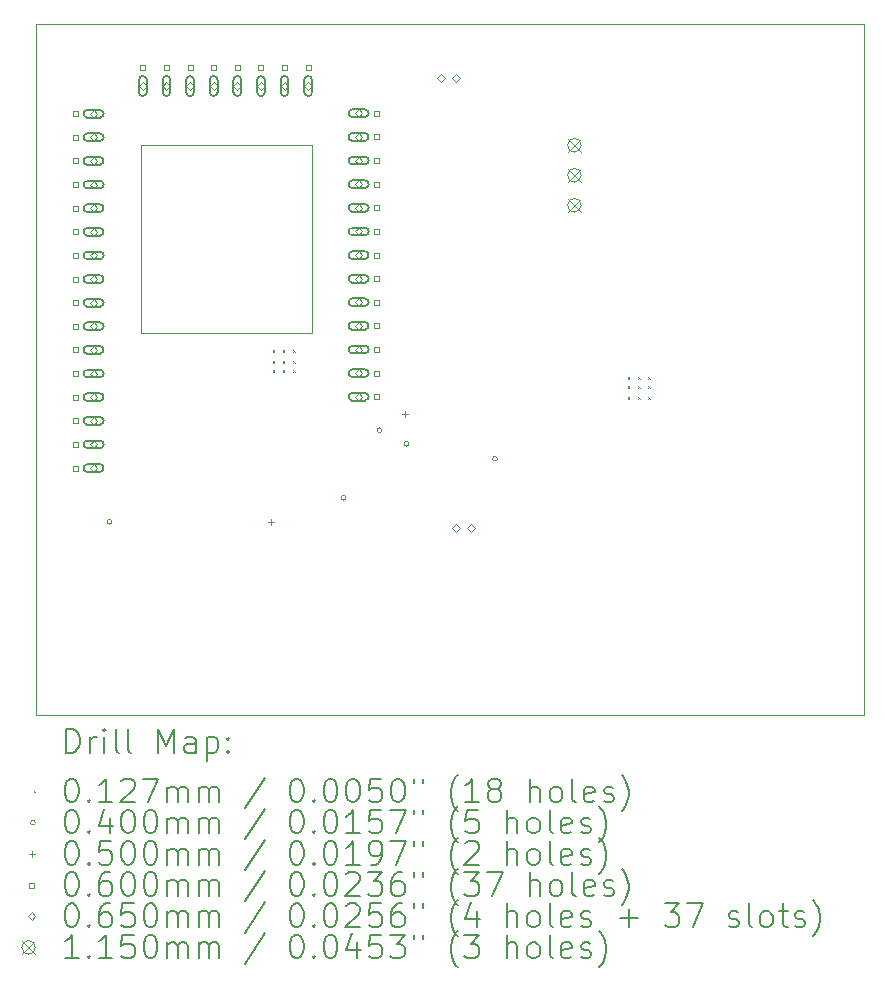
<source format=gbr>
%TF.GenerationSoftware,KiCad,Pcbnew,7.0.6*%
%TF.CreationDate,2024-03-24T21:23:22-04:00*%
%TF.ProjectId,Radio Module,52616469-6f20-44d6-9f64-756c652e6b69,rev?*%
%TF.SameCoordinates,Original*%
%TF.FileFunction,Drillmap*%
%TF.FilePolarity,Positive*%
%FSLAX45Y45*%
G04 Gerber Fmt 4.5, Leading zero omitted, Abs format (unit mm)*
G04 Created by KiCad (PCBNEW 7.0.6) date 2024-03-24 21:23:22*
%MOMM*%
%LPD*%
G01*
G04 APERTURE LIST*
%ADD10C,0.100000*%
%ADD11C,0.200000*%
%ADD12C,0.012700*%
%ADD13C,0.040000*%
%ADD14C,0.050000*%
%ADD15C,0.060000*%
%ADD16C,0.065000*%
%ADD17C,0.115000*%
G04 APERTURE END LIST*
D10*
X14071600Y-6337300D02*
X15519400Y-6337300D01*
X15519400Y-7924800D01*
X14071600Y-7924800D01*
X14071600Y-6337300D01*
X13182600Y-5308600D02*
X20193000Y-5308600D01*
X20193000Y-11163300D01*
X13182600Y-11163300D01*
X13182600Y-5308600D01*
D11*
D12*
X15185650Y-8070850D02*
X15198350Y-8083550D01*
X15198350Y-8070850D02*
X15185650Y-8083550D01*
X15185650Y-8163850D02*
X15198350Y-8176550D01*
X15198350Y-8163850D02*
X15185650Y-8176550D01*
X15185650Y-8239850D02*
X15198350Y-8252550D01*
X15198350Y-8239850D02*
X15185650Y-8252550D01*
X15271650Y-8070850D02*
X15284350Y-8083550D01*
X15284350Y-8070850D02*
X15271650Y-8083550D01*
X15271650Y-8163850D02*
X15284350Y-8176550D01*
X15284350Y-8163850D02*
X15271650Y-8176550D01*
X15271650Y-8239850D02*
X15284350Y-8252550D01*
X15284350Y-8239850D02*
X15271650Y-8252550D01*
X15360650Y-8070850D02*
X15373350Y-8083550D01*
X15373350Y-8070850D02*
X15360650Y-8083550D01*
X15360650Y-8163850D02*
X15373350Y-8176550D01*
X15373350Y-8163850D02*
X15360650Y-8176550D01*
X15360650Y-8239850D02*
X15373350Y-8252550D01*
X15373350Y-8239850D02*
X15360650Y-8252550D01*
X18192650Y-8299450D02*
X18205350Y-8312150D01*
X18205350Y-8299450D02*
X18192650Y-8312150D01*
X18192650Y-8375450D02*
X18205350Y-8388150D01*
X18205350Y-8375450D02*
X18192650Y-8388150D01*
X18192650Y-8468450D02*
X18205350Y-8481150D01*
X18205350Y-8468450D02*
X18192650Y-8481150D01*
X18281650Y-8299450D02*
X18294350Y-8312150D01*
X18294350Y-8299450D02*
X18281650Y-8312150D01*
X18281650Y-8375450D02*
X18294350Y-8388150D01*
X18294350Y-8375450D02*
X18281650Y-8388150D01*
X18281650Y-8468450D02*
X18294350Y-8481150D01*
X18294350Y-8468450D02*
X18281650Y-8481150D01*
X18367650Y-8299450D02*
X18380350Y-8312150D01*
X18380350Y-8299450D02*
X18367650Y-8312150D01*
X18367650Y-8375450D02*
X18380350Y-8388150D01*
X18380350Y-8375450D02*
X18367650Y-8388150D01*
X18367650Y-8468450D02*
X18380350Y-8481150D01*
X18380350Y-8468450D02*
X18367650Y-8481150D01*
D13*
X13824900Y-9525000D02*
G75*
G03*
X13824900Y-9525000I-20000J0D01*
G01*
X15806100Y-9321800D02*
G75*
G03*
X15806100Y-9321800I-20000J0D01*
G01*
X16110900Y-8750300D02*
G75*
G03*
X16110900Y-8750300I-20000J0D01*
G01*
X16339500Y-8864600D02*
G75*
G03*
X16339500Y-8864600I-20000J0D01*
G01*
X17088800Y-8991600D02*
G75*
G03*
X17088800Y-8991600I-20000J0D01*
G01*
D14*
X15176500Y-9500000D02*
X15176500Y-9550000D01*
X15151500Y-9525000D02*
X15201500Y-9525000D01*
X16306800Y-8585600D02*
X16306800Y-8635600D01*
X16281800Y-8610600D02*
X16331800Y-8610600D01*
D15*
X13536713Y-6090913D02*
X13536713Y-6048487D01*
X13494287Y-6048487D01*
X13494287Y-6090913D01*
X13536713Y-6090913D01*
X13536713Y-6290913D02*
X13536713Y-6248487D01*
X13494287Y-6248487D01*
X13494287Y-6290913D01*
X13536713Y-6290913D01*
X13536713Y-6490913D02*
X13536713Y-6448487D01*
X13494287Y-6448487D01*
X13494287Y-6490913D01*
X13536713Y-6490913D01*
X13536713Y-6690913D02*
X13536713Y-6648487D01*
X13494287Y-6648487D01*
X13494287Y-6690913D01*
X13536713Y-6690913D01*
X13536713Y-6890913D02*
X13536713Y-6848487D01*
X13494287Y-6848487D01*
X13494287Y-6890913D01*
X13536713Y-6890913D01*
X13536713Y-7090913D02*
X13536713Y-7048487D01*
X13494287Y-7048487D01*
X13494287Y-7090913D01*
X13536713Y-7090913D01*
X13536713Y-7290913D02*
X13536713Y-7248487D01*
X13494287Y-7248487D01*
X13494287Y-7290913D01*
X13536713Y-7290913D01*
X13536713Y-7490913D02*
X13536713Y-7448487D01*
X13494287Y-7448487D01*
X13494287Y-7490913D01*
X13536713Y-7490913D01*
X13536713Y-7690913D02*
X13536713Y-7648487D01*
X13494287Y-7648487D01*
X13494287Y-7690913D01*
X13536713Y-7690913D01*
X13536713Y-7890913D02*
X13536713Y-7848487D01*
X13494287Y-7848487D01*
X13494287Y-7890913D01*
X13536713Y-7890913D01*
X13536713Y-8090913D02*
X13536713Y-8048487D01*
X13494287Y-8048487D01*
X13494287Y-8090913D01*
X13536713Y-8090913D01*
X13536713Y-8290913D02*
X13536713Y-8248487D01*
X13494287Y-8248487D01*
X13494287Y-8290913D01*
X13536713Y-8290913D01*
X13536713Y-8490913D02*
X13536713Y-8448487D01*
X13494287Y-8448487D01*
X13494287Y-8490913D01*
X13536713Y-8490913D01*
X13536713Y-8690913D02*
X13536713Y-8648487D01*
X13494287Y-8648487D01*
X13494287Y-8690913D01*
X13536713Y-8690913D01*
X13536713Y-8890913D02*
X13536713Y-8848487D01*
X13494287Y-8848487D01*
X13494287Y-8890913D01*
X13536713Y-8890913D01*
X13536713Y-9090913D02*
X13536713Y-9048487D01*
X13494287Y-9048487D01*
X13494287Y-9090913D01*
X13536713Y-9090913D01*
X14108713Y-5701913D02*
X14108713Y-5659487D01*
X14066287Y-5659487D01*
X14066287Y-5701913D01*
X14108713Y-5701913D01*
X14308713Y-5701913D02*
X14308713Y-5659487D01*
X14266287Y-5659487D01*
X14266287Y-5701913D01*
X14308713Y-5701913D01*
X14508713Y-5701913D02*
X14508713Y-5659487D01*
X14466287Y-5659487D01*
X14466287Y-5701913D01*
X14508713Y-5701913D01*
X14708713Y-5701913D02*
X14708713Y-5659487D01*
X14666287Y-5659487D01*
X14666287Y-5701913D01*
X14708713Y-5701913D01*
X14908713Y-5701913D02*
X14908713Y-5659487D01*
X14866287Y-5659487D01*
X14866287Y-5701913D01*
X14908713Y-5701913D01*
X15108713Y-5701913D02*
X15108713Y-5659487D01*
X15066287Y-5659487D01*
X15066287Y-5701913D01*
X15108713Y-5701913D01*
X15308713Y-5701913D02*
X15308713Y-5659487D01*
X15266287Y-5659487D01*
X15266287Y-5701913D01*
X15308713Y-5701913D01*
X15508713Y-5701913D02*
X15508713Y-5659487D01*
X15466287Y-5659487D01*
X15466287Y-5701913D01*
X15508713Y-5701913D01*
X16090713Y-6087913D02*
X16090713Y-6045487D01*
X16048287Y-6045487D01*
X16048287Y-6087913D01*
X16090713Y-6087913D01*
X16090713Y-6287913D02*
X16090713Y-6245487D01*
X16048287Y-6245487D01*
X16048287Y-6287913D01*
X16090713Y-6287913D01*
X16090713Y-6487913D02*
X16090713Y-6445487D01*
X16048287Y-6445487D01*
X16048287Y-6487913D01*
X16090713Y-6487913D01*
X16090713Y-6687913D02*
X16090713Y-6645487D01*
X16048287Y-6645487D01*
X16048287Y-6687913D01*
X16090713Y-6687913D01*
X16090713Y-6887913D02*
X16090713Y-6845487D01*
X16048287Y-6845487D01*
X16048287Y-6887913D01*
X16090713Y-6887913D01*
X16090713Y-7087913D02*
X16090713Y-7045487D01*
X16048287Y-7045487D01*
X16048287Y-7087913D01*
X16090713Y-7087913D01*
X16090713Y-7287913D02*
X16090713Y-7245487D01*
X16048287Y-7245487D01*
X16048287Y-7287913D01*
X16090713Y-7287913D01*
X16090713Y-7487913D02*
X16090713Y-7445487D01*
X16048287Y-7445487D01*
X16048287Y-7487913D01*
X16090713Y-7487913D01*
X16090713Y-7687913D02*
X16090713Y-7645487D01*
X16048287Y-7645487D01*
X16048287Y-7687913D01*
X16090713Y-7687913D01*
X16090713Y-7887913D02*
X16090713Y-7845487D01*
X16048287Y-7845487D01*
X16048287Y-7887913D01*
X16090713Y-7887913D01*
X16090713Y-8087913D02*
X16090713Y-8045487D01*
X16048287Y-8045487D01*
X16048287Y-8087913D01*
X16090713Y-8087913D01*
X16090713Y-8287913D02*
X16090713Y-8245487D01*
X16048287Y-8245487D01*
X16048287Y-8287913D01*
X16090713Y-8287913D01*
X16090713Y-8487913D02*
X16090713Y-8445487D01*
X16048287Y-8445487D01*
X16048287Y-8487913D01*
X16090713Y-8487913D01*
D16*
X13670500Y-6102200D02*
X13703000Y-6069700D01*
X13670500Y-6037200D01*
X13638000Y-6069700D01*
X13670500Y-6102200D01*
D11*
X13723000Y-6037200D02*
X13618000Y-6037200D01*
X13618000Y-6037200D02*
G75*
G03*
X13618000Y-6102200I0J-32500D01*
G01*
X13618000Y-6102200D02*
X13723000Y-6102200D01*
X13723000Y-6102200D02*
G75*
G03*
X13723000Y-6037200I0J32500D01*
G01*
D16*
X13670500Y-6302200D02*
X13703000Y-6269700D01*
X13670500Y-6237200D01*
X13638000Y-6269700D01*
X13670500Y-6302200D01*
D11*
X13723000Y-6237200D02*
X13618000Y-6237200D01*
X13618000Y-6237200D02*
G75*
G03*
X13618000Y-6302200I0J-32500D01*
G01*
X13618000Y-6302200D02*
X13723000Y-6302200D01*
X13723000Y-6302200D02*
G75*
G03*
X13723000Y-6237200I0J32500D01*
G01*
D16*
X13670500Y-6502200D02*
X13703000Y-6469700D01*
X13670500Y-6437200D01*
X13638000Y-6469700D01*
X13670500Y-6502200D01*
D11*
X13723000Y-6437200D02*
X13618000Y-6437200D01*
X13618000Y-6437200D02*
G75*
G03*
X13618000Y-6502200I0J-32500D01*
G01*
X13618000Y-6502200D02*
X13723000Y-6502200D01*
X13723000Y-6502200D02*
G75*
G03*
X13723000Y-6437200I0J32500D01*
G01*
D16*
X13670500Y-6702200D02*
X13703000Y-6669700D01*
X13670500Y-6637200D01*
X13638000Y-6669700D01*
X13670500Y-6702200D01*
D11*
X13723000Y-6637200D02*
X13618000Y-6637200D01*
X13618000Y-6637200D02*
G75*
G03*
X13618000Y-6702200I0J-32500D01*
G01*
X13618000Y-6702200D02*
X13723000Y-6702200D01*
X13723000Y-6702200D02*
G75*
G03*
X13723000Y-6637200I0J32500D01*
G01*
D16*
X13670500Y-6902200D02*
X13703000Y-6869700D01*
X13670500Y-6837200D01*
X13638000Y-6869700D01*
X13670500Y-6902200D01*
D11*
X13723000Y-6837200D02*
X13618000Y-6837200D01*
X13618000Y-6837200D02*
G75*
G03*
X13618000Y-6902200I0J-32500D01*
G01*
X13618000Y-6902200D02*
X13723000Y-6902200D01*
X13723000Y-6902200D02*
G75*
G03*
X13723000Y-6837200I0J32500D01*
G01*
D16*
X13670500Y-7102200D02*
X13703000Y-7069700D01*
X13670500Y-7037200D01*
X13638000Y-7069700D01*
X13670500Y-7102200D01*
D11*
X13723000Y-7037200D02*
X13618000Y-7037200D01*
X13618000Y-7037200D02*
G75*
G03*
X13618000Y-7102200I0J-32500D01*
G01*
X13618000Y-7102200D02*
X13723000Y-7102200D01*
X13723000Y-7102200D02*
G75*
G03*
X13723000Y-7037200I0J32500D01*
G01*
D16*
X13670500Y-7302200D02*
X13703000Y-7269700D01*
X13670500Y-7237200D01*
X13638000Y-7269700D01*
X13670500Y-7302200D01*
D11*
X13723000Y-7237200D02*
X13618000Y-7237200D01*
X13618000Y-7237200D02*
G75*
G03*
X13618000Y-7302200I0J-32500D01*
G01*
X13618000Y-7302200D02*
X13723000Y-7302200D01*
X13723000Y-7302200D02*
G75*
G03*
X13723000Y-7237200I0J32500D01*
G01*
D16*
X13670500Y-7502200D02*
X13703000Y-7469700D01*
X13670500Y-7437200D01*
X13638000Y-7469700D01*
X13670500Y-7502200D01*
D11*
X13723000Y-7437200D02*
X13618000Y-7437200D01*
X13618000Y-7437200D02*
G75*
G03*
X13618000Y-7502200I0J-32500D01*
G01*
X13618000Y-7502200D02*
X13723000Y-7502200D01*
X13723000Y-7502200D02*
G75*
G03*
X13723000Y-7437200I0J32500D01*
G01*
D16*
X13670500Y-7702200D02*
X13703000Y-7669700D01*
X13670500Y-7637200D01*
X13638000Y-7669700D01*
X13670500Y-7702200D01*
D11*
X13723000Y-7637200D02*
X13618000Y-7637200D01*
X13618000Y-7637200D02*
G75*
G03*
X13618000Y-7702200I0J-32500D01*
G01*
X13618000Y-7702200D02*
X13723000Y-7702200D01*
X13723000Y-7702200D02*
G75*
G03*
X13723000Y-7637200I0J32500D01*
G01*
D16*
X13670500Y-7902200D02*
X13703000Y-7869700D01*
X13670500Y-7837200D01*
X13638000Y-7869700D01*
X13670500Y-7902200D01*
D11*
X13723000Y-7837200D02*
X13618000Y-7837200D01*
X13618000Y-7837200D02*
G75*
G03*
X13618000Y-7902200I0J-32500D01*
G01*
X13618000Y-7902200D02*
X13723000Y-7902200D01*
X13723000Y-7902200D02*
G75*
G03*
X13723000Y-7837200I0J32500D01*
G01*
D16*
X13670500Y-8102200D02*
X13703000Y-8069700D01*
X13670500Y-8037200D01*
X13638000Y-8069700D01*
X13670500Y-8102200D01*
D11*
X13723000Y-8037200D02*
X13618000Y-8037200D01*
X13618000Y-8037200D02*
G75*
G03*
X13618000Y-8102200I0J-32500D01*
G01*
X13618000Y-8102200D02*
X13723000Y-8102200D01*
X13723000Y-8102200D02*
G75*
G03*
X13723000Y-8037200I0J32500D01*
G01*
D16*
X13670500Y-8302200D02*
X13703000Y-8269700D01*
X13670500Y-8237200D01*
X13638000Y-8269700D01*
X13670500Y-8302200D01*
D11*
X13723000Y-8237200D02*
X13618000Y-8237200D01*
X13618000Y-8237200D02*
G75*
G03*
X13618000Y-8302200I0J-32500D01*
G01*
X13618000Y-8302200D02*
X13723000Y-8302200D01*
X13723000Y-8302200D02*
G75*
G03*
X13723000Y-8237200I0J32500D01*
G01*
D16*
X13670500Y-8502200D02*
X13703000Y-8469700D01*
X13670500Y-8437200D01*
X13638000Y-8469700D01*
X13670500Y-8502200D01*
D11*
X13723000Y-8437200D02*
X13618000Y-8437200D01*
X13618000Y-8437200D02*
G75*
G03*
X13618000Y-8502200I0J-32500D01*
G01*
X13618000Y-8502200D02*
X13723000Y-8502200D01*
X13723000Y-8502200D02*
G75*
G03*
X13723000Y-8437200I0J32500D01*
G01*
D16*
X13670500Y-8702200D02*
X13703000Y-8669700D01*
X13670500Y-8637200D01*
X13638000Y-8669700D01*
X13670500Y-8702200D01*
D11*
X13723000Y-8637200D02*
X13618000Y-8637200D01*
X13618000Y-8637200D02*
G75*
G03*
X13618000Y-8702200I0J-32500D01*
G01*
X13618000Y-8702200D02*
X13723000Y-8702200D01*
X13723000Y-8702200D02*
G75*
G03*
X13723000Y-8637200I0J32500D01*
G01*
D16*
X13670500Y-8902200D02*
X13703000Y-8869700D01*
X13670500Y-8837200D01*
X13638000Y-8869700D01*
X13670500Y-8902200D01*
D11*
X13723000Y-8837200D02*
X13618000Y-8837200D01*
X13618000Y-8837200D02*
G75*
G03*
X13618000Y-8902200I0J-32500D01*
G01*
X13618000Y-8902200D02*
X13723000Y-8902200D01*
X13723000Y-8902200D02*
G75*
G03*
X13723000Y-8837200I0J32500D01*
G01*
D16*
X13670500Y-9102200D02*
X13703000Y-9069700D01*
X13670500Y-9037200D01*
X13638000Y-9069700D01*
X13670500Y-9102200D01*
D11*
X13723000Y-9037200D02*
X13618000Y-9037200D01*
X13618000Y-9037200D02*
G75*
G03*
X13618000Y-9102200I0J-32500D01*
G01*
X13618000Y-9102200D02*
X13723000Y-9102200D01*
X13723000Y-9102200D02*
G75*
G03*
X13723000Y-9037200I0J32500D01*
G01*
D16*
X14087500Y-5868200D02*
X14120000Y-5835700D01*
X14087500Y-5803200D01*
X14055000Y-5835700D01*
X14087500Y-5868200D01*
D11*
X14055000Y-5783200D02*
X14055000Y-5888200D01*
X14055000Y-5888200D02*
G75*
G03*
X14120000Y-5888200I32500J0D01*
G01*
X14120000Y-5888200D02*
X14120000Y-5783200D01*
X14120000Y-5783200D02*
G75*
G03*
X14055000Y-5783200I-32500J0D01*
G01*
D16*
X14287500Y-5868200D02*
X14320000Y-5835700D01*
X14287500Y-5803200D01*
X14255000Y-5835700D01*
X14287500Y-5868200D01*
D11*
X14255000Y-5783200D02*
X14255000Y-5888200D01*
X14255000Y-5888200D02*
G75*
G03*
X14320000Y-5888200I32500J0D01*
G01*
X14320000Y-5888200D02*
X14320000Y-5783200D01*
X14320000Y-5783200D02*
G75*
G03*
X14255000Y-5783200I-32500J0D01*
G01*
D16*
X14487500Y-5868200D02*
X14520000Y-5835700D01*
X14487500Y-5803200D01*
X14455000Y-5835700D01*
X14487500Y-5868200D01*
D11*
X14455000Y-5783200D02*
X14455000Y-5888200D01*
X14455000Y-5888200D02*
G75*
G03*
X14520000Y-5888200I32500J0D01*
G01*
X14520000Y-5888200D02*
X14520000Y-5783200D01*
X14520000Y-5783200D02*
G75*
G03*
X14455000Y-5783200I-32500J0D01*
G01*
D16*
X14687500Y-5868200D02*
X14720000Y-5835700D01*
X14687500Y-5803200D01*
X14655000Y-5835700D01*
X14687500Y-5868200D01*
D11*
X14655000Y-5783200D02*
X14655000Y-5888200D01*
X14655000Y-5888200D02*
G75*
G03*
X14720000Y-5888200I32500J0D01*
G01*
X14720000Y-5888200D02*
X14720000Y-5783200D01*
X14720000Y-5783200D02*
G75*
G03*
X14655000Y-5783200I-32500J0D01*
G01*
D16*
X14887500Y-5868200D02*
X14920000Y-5835700D01*
X14887500Y-5803200D01*
X14855000Y-5835700D01*
X14887500Y-5868200D01*
D11*
X14855000Y-5783200D02*
X14855000Y-5888200D01*
X14855000Y-5888200D02*
G75*
G03*
X14920000Y-5888200I32500J0D01*
G01*
X14920000Y-5888200D02*
X14920000Y-5783200D01*
X14920000Y-5783200D02*
G75*
G03*
X14855000Y-5783200I-32500J0D01*
G01*
D16*
X15087500Y-5868200D02*
X15120000Y-5835700D01*
X15087500Y-5803200D01*
X15055000Y-5835700D01*
X15087500Y-5868200D01*
D11*
X15055000Y-5783200D02*
X15055000Y-5888200D01*
X15055000Y-5888200D02*
G75*
G03*
X15120000Y-5888200I32500J0D01*
G01*
X15120000Y-5888200D02*
X15120000Y-5783200D01*
X15120000Y-5783200D02*
G75*
G03*
X15055000Y-5783200I-32500J0D01*
G01*
D16*
X15287500Y-5868200D02*
X15320000Y-5835700D01*
X15287500Y-5803200D01*
X15255000Y-5835700D01*
X15287500Y-5868200D01*
D11*
X15255000Y-5783200D02*
X15255000Y-5888200D01*
X15255000Y-5888200D02*
G75*
G03*
X15320000Y-5888200I32500J0D01*
G01*
X15320000Y-5888200D02*
X15320000Y-5783200D01*
X15320000Y-5783200D02*
G75*
G03*
X15255000Y-5783200I-32500J0D01*
G01*
D16*
X15487500Y-5868200D02*
X15520000Y-5835700D01*
X15487500Y-5803200D01*
X15455000Y-5835700D01*
X15487500Y-5868200D01*
D11*
X15455000Y-5783200D02*
X15455000Y-5888200D01*
X15455000Y-5888200D02*
G75*
G03*
X15520000Y-5888200I32500J0D01*
G01*
X15520000Y-5888200D02*
X15520000Y-5783200D01*
X15520000Y-5783200D02*
G75*
G03*
X15455000Y-5783200I-32500J0D01*
G01*
D16*
X15914500Y-6099200D02*
X15947000Y-6066700D01*
X15914500Y-6034200D01*
X15882000Y-6066700D01*
X15914500Y-6099200D01*
D11*
X15967000Y-6034200D02*
X15862000Y-6034200D01*
X15862000Y-6034200D02*
G75*
G03*
X15862000Y-6099200I0J-32500D01*
G01*
X15862000Y-6099200D02*
X15967000Y-6099200D01*
X15967000Y-6099200D02*
G75*
G03*
X15967000Y-6034200I0J32500D01*
G01*
D16*
X15914500Y-6299200D02*
X15947000Y-6266700D01*
X15914500Y-6234200D01*
X15882000Y-6266700D01*
X15914500Y-6299200D01*
D11*
X15967000Y-6234200D02*
X15862000Y-6234200D01*
X15862000Y-6234200D02*
G75*
G03*
X15862000Y-6299200I0J-32500D01*
G01*
X15862000Y-6299200D02*
X15967000Y-6299200D01*
X15967000Y-6299200D02*
G75*
G03*
X15967000Y-6234200I0J32500D01*
G01*
D16*
X15914500Y-6499200D02*
X15947000Y-6466700D01*
X15914500Y-6434200D01*
X15882000Y-6466700D01*
X15914500Y-6499200D01*
D11*
X15967000Y-6434200D02*
X15862000Y-6434200D01*
X15862000Y-6434200D02*
G75*
G03*
X15862000Y-6499200I0J-32500D01*
G01*
X15862000Y-6499200D02*
X15967000Y-6499200D01*
X15967000Y-6499200D02*
G75*
G03*
X15967000Y-6434200I0J32500D01*
G01*
D16*
X15914500Y-6699200D02*
X15947000Y-6666700D01*
X15914500Y-6634200D01*
X15882000Y-6666700D01*
X15914500Y-6699200D01*
D11*
X15967000Y-6634200D02*
X15862000Y-6634200D01*
X15862000Y-6634200D02*
G75*
G03*
X15862000Y-6699200I0J-32500D01*
G01*
X15862000Y-6699200D02*
X15967000Y-6699200D01*
X15967000Y-6699200D02*
G75*
G03*
X15967000Y-6634200I0J32500D01*
G01*
D16*
X15914500Y-6899200D02*
X15947000Y-6866700D01*
X15914500Y-6834200D01*
X15882000Y-6866700D01*
X15914500Y-6899200D01*
D11*
X15967000Y-6834200D02*
X15862000Y-6834200D01*
X15862000Y-6834200D02*
G75*
G03*
X15862000Y-6899200I0J-32500D01*
G01*
X15862000Y-6899200D02*
X15967000Y-6899200D01*
X15967000Y-6899200D02*
G75*
G03*
X15967000Y-6834200I0J32500D01*
G01*
D16*
X15914500Y-7099200D02*
X15947000Y-7066700D01*
X15914500Y-7034200D01*
X15882000Y-7066700D01*
X15914500Y-7099200D01*
D11*
X15967000Y-7034200D02*
X15862000Y-7034200D01*
X15862000Y-7034200D02*
G75*
G03*
X15862000Y-7099200I0J-32500D01*
G01*
X15862000Y-7099200D02*
X15967000Y-7099200D01*
X15967000Y-7099200D02*
G75*
G03*
X15967000Y-7034200I0J32500D01*
G01*
D16*
X15914500Y-7299200D02*
X15947000Y-7266700D01*
X15914500Y-7234200D01*
X15882000Y-7266700D01*
X15914500Y-7299200D01*
D11*
X15967000Y-7234200D02*
X15862000Y-7234200D01*
X15862000Y-7234200D02*
G75*
G03*
X15862000Y-7299200I0J-32500D01*
G01*
X15862000Y-7299200D02*
X15967000Y-7299200D01*
X15967000Y-7299200D02*
G75*
G03*
X15967000Y-7234200I0J32500D01*
G01*
D16*
X15914500Y-7499200D02*
X15947000Y-7466700D01*
X15914500Y-7434200D01*
X15882000Y-7466700D01*
X15914500Y-7499200D01*
D11*
X15967000Y-7434200D02*
X15862000Y-7434200D01*
X15862000Y-7434200D02*
G75*
G03*
X15862000Y-7499200I0J-32500D01*
G01*
X15862000Y-7499200D02*
X15967000Y-7499200D01*
X15967000Y-7499200D02*
G75*
G03*
X15967000Y-7434200I0J32500D01*
G01*
D16*
X15914500Y-7699200D02*
X15947000Y-7666700D01*
X15914500Y-7634200D01*
X15882000Y-7666700D01*
X15914500Y-7699200D01*
D11*
X15967000Y-7634200D02*
X15862000Y-7634200D01*
X15862000Y-7634200D02*
G75*
G03*
X15862000Y-7699200I0J-32500D01*
G01*
X15862000Y-7699200D02*
X15967000Y-7699200D01*
X15967000Y-7699200D02*
G75*
G03*
X15967000Y-7634200I0J32500D01*
G01*
D16*
X15914500Y-7899200D02*
X15947000Y-7866700D01*
X15914500Y-7834200D01*
X15882000Y-7866700D01*
X15914500Y-7899200D01*
D11*
X15967000Y-7834200D02*
X15862000Y-7834200D01*
X15862000Y-7834200D02*
G75*
G03*
X15862000Y-7899200I0J-32500D01*
G01*
X15862000Y-7899200D02*
X15967000Y-7899200D01*
X15967000Y-7899200D02*
G75*
G03*
X15967000Y-7834200I0J32500D01*
G01*
D16*
X15914500Y-8099200D02*
X15947000Y-8066700D01*
X15914500Y-8034200D01*
X15882000Y-8066700D01*
X15914500Y-8099200D01*
D11*
X15967000Y-8034200D02*
X15862000Y-8034200D01*
X15862000Y-8034200D02*
G75*
G03*
X15862000Y-8099200I0J-32500D01*
G01*
X15862000Y-8099200D02*
X15967000Y-8099200D01*
X15967000Y-8099200D02*
G75*
G03*
X15967000Y-8034200I0J32500D01*
G01*
D16*
X15914500Y-8299200D02*
X15947000Y-8266700D01*
X15914500Y-8234200D01*
X15882000Y-8266700D01*
X15914500Y-8299200D01*
D11*
X15967000Y-8234200D02*
X15862000Y-8234200D01*
X15862000Y-8234200D02*
G75*
G03*
X15862000Y-8299200I0J-32500D01*
G01*
X15862000Y-8299200D02*
X15967000Y-8299200D01*
X15967000Y-8299200D02*
G75*
G03*
X15967000Y-8234200I0J32500D01*
G01*
D16*
X15914500Y-8499200D02*
X15947000Y-8466700D01*
X15914500Y-8434200D01*
X15882000Y-8466700D01*
X15914500Y-8499200D01*
D11*
X15967000Y-8434200D02*
X15862000Y-8434200D01*
X15862000Y-8434200D02*
G75*
G03*
X15862000Y-8499200I0J-32500D01*
G01*
X15862000Y-8499200D02*
X15967000Y-8499200D01*
X15967000Y-8499200D02*
G75*
G03*
X15967000Y-8434200I0J32500D01*
G01*
D16*
X16611600Y-5798300D02*
X16644100Y-5765800D01*
X16611600Y-5733300D01*
X16579100Y-5765800D01*
X16611600Y-5798300D01*
X16738600Y-5798300D02*
X16771100Y-5765800D01*
X16738600Y-5733300D01*
X16706100Y-5765800D01*
X16738600Y-5798300D01*
X16738600Y-9608300D02*
X16771100Y-9575800D01*
X16738600Y-9543300D01*
X16706100Y-9575800D01*
X16738600Y-9608300D01*
X16865600Y-9608300D02*
X16898100Y-9575800D01*
X16865600Y-9543300D01*
X16833100Y-9575800D01*
X16865600Y-9608300D01*
D17*
X17684400Y-6279800D02*
X17799400Y-6394800D01*
X17799400Y-6279800D02*
X17684400Y-6394800D01*
X17799400Y-6337300D02*
G75*
G03*
X17799400Y-6337300I-57500J0D01*
G01*
X17684400Y-6533800D02*
X17799400Y-6648800D01*
X17799400Y-6533800D02*
X17684400Y-6648800D01*
X17799400Y-6591300D02*
G75*
G03*
X17799400Y-6591300I-57500J0D01*
G01*
X17684400Y-6787800D02*
X17799400Y-6902800D01*
X17799400Y-6787800D02*
X17684400Y-6902800D01*
X17799400Y-6845300D02*
G75*
G03*
X17799400Y-6845300I-57500J0D01*
G01*
D11*
X13438377Y-11479784D02*
X13438377Y-11279784D01*
X13438377Y-11279784D02*
X13485996Y-11279784D01*
X13485996Y-11279784D02*
X13514567Y-11289308D01*
X13514567Y-11289308D02*
X13533615Y-11308355D01*
X13533615Y-11308355D02*
X13543139Y-11327403D01*
X13543139Y-11327403D02*
X13552662Y-11365498D01*
X13552662Y-11365498D02*
X13552662Y-11394069D01*
X13552662Y-11394069D02*
X13543139Y-11432165D01*
X13543139Y-11432165D02*
X13533615Y-11451212D01*
X13533615Y-11451212D02*
X13514567Y-11470260D01*
X13514567Y-11470260D02*
X13485996Y-11479784D01*
X13485996Y-11479784D02*
X13438377Y-11479784D01*
X13638377Y-11479784D02*
X13638377Y-11346450D01*
X13638377Y-11384546D02*
X13647901Y-11365498D01*
X13647901Y-11365498D02*
X13657424Y-11355974D01*
X13657424Y-11355974D02*
X13676472Y-11346450D01*
X13676472Y-11346450D02*
X13695520Y-11346450D01*
X13762186Y-11479784D02*
X13762186Y-11346450D01*
X13762186Y-11279784D02*
X13752662Y-11289308D01*
X13752662Y-11289308D02*
X13762186Y-11298831D01*
X13762186Y-11298831D02*
X13771710Y-11289308D01*
X13771710Y-11289308D02*
X13762186Y-11279784D01*
X13762186Y-11279784D02*
X13762186Y-11298831D01*
X13885996Y-11479784D02*
X13866948Y-11470260D01*
X13866948Y-11470260D02*
X13857424Y-11451212D01*
X13857424Y-11451212D02*
X13857424Y-11279784D01*
X13990758Y-11479784D02*
X13971710Y-11470260D01*
X13971710Y-11470260D02*
X13962186Y-11451212D01*
X13962186Y-11451212D02*
X13962186Y-11279784D01*
X14219329Y-11479784D02*
X14219329Y-11279784D01*
X14219329Y-11279784D02*
X14285996Y-11422641D01*
X14285996Y-11422641D02*
X14352662Y-11279784D01*
X14352662Y-11279784D02*
X14352662Y-11479784D01*
X14533615Y-11479784D02*
X14533615Y-11375022D01*
X14533615Y-11375022D02*
X14524091Y-11355974D01*
X14524091Y-11355974D02*
X14505043Y-11346450D01*
X14505043Y-11346450D02*
X14466948Y-11346450D01*
X14466948Y-11346450D02*
X14447901Y-11355974D01*
X14533615Y-11470260D02*
X14514567Y-11479784D01*
X14514567Y-11479784D02*
X14466948Y-11479784D01*
X14466948Y-11479784D02*
X14447901Y-11470260D01*
X14447901Y-11470260D02*
X14438377Y-11451212D01*
X14438377Y-11451212D02*
X14438377Y-11432165D01*
X14438377Y-11432165D02*
X14447901Y-11413117D01*
X14447901Y-11413117D02*
X14466948Y-11403593D01*
X14466948Y-11403593D02*
X14514567Y-11403593D01*
X14514567Y-11403593D02*
X14533615Y-11394069D01*
X14628853Y-11346450D02*
X14628853Y-11546450D01*
X14628853Y-11355974D02*
X14647901Y-11346450D01*
X14647901Y-11346450D02*
X14685996Y-11346450D01*
X14685996Y-11346450D02*
X14705043Y-11355974D01*
X14705043Y-11355974D02*
X14714567Y-11365498D01*
X14714567Y-11365498D02*
X14724091Y-11384546D01*
X14724091Y-11384546D02*
X14724091Y-11441688D01*
X14724091Y-11441688D02*
X14714567Y-11460736D01*
X14714567Y-11460736D02*
X14705043Y-11470260D01*
X14705043Y-11470260D02*
X14685996Y-11479784D01*
X14685996Y-11479784D02*
X14647901Y-11479784D01*
X14647901Y-11479784D02*
X14628853Y-11470260D01*
X14809805Y-11460736D02*
X14819329Y-11470260D01*
X14819329Y-11470260D02*
X14809805Y-11479784D01*
X14809805Y-11479784D02*
X14800282Y-11470260D01*
X14800282Y-11470260D02*
X14809805Y-11460736D01*
X14809805Y-11460736D02*
X14809805Y-11479784D01*
X14809805Y-11355974D02*
X14819329Y-11365498D01*
X14819329Y-11365498D02*
X14809805Y-11375022D01*
X14809805Y-11375022D02*
X14800282Y-11365498D01*
X14800282Y-11365498D02*
X14809805Y-11355974D01*
X14809805Y-11355974D02*
X14809805Y-11375022D01*
D12*
X13164900Y-11801950D02*
X13177600Y-11814650D01*
X13177600Y-11801950D02*
X13164900Y-11814650D01*
D11*
X13476472Y-11699784D02*
X13495520Y-11699784D01*
X13495520Y-11699784D02*
X13514567Y-11709308D01*
X13514567Y-11709308D02*
X13524091Y-11718831D01*
X13524091Y-11718831D02*
X13533615Y-11737879D01*
X13533615Y-11737879D02*
X13543139Y-11775974D01*
X13543139Y-11775974D02*
X13543139Y-11823593D01*
X13543139Y-11823593D02*
X13533615Y-11861688D01*
X13533615Y-11861688D02*
X13524091Y-11880736D01*
X13524091Y-11880736D02*
X13514567Y-11890260D01*
X13514567Y-11890260D02*
X13495520Y-11899784D01*
X13495520Y-11899784D02*
X13476472Y-11899784D01*
X13476472Y-11899784D02*
X13457424Y-11890260D01*
X13457424Y-11890260D02*
X13447901Y-11880736D01*
X13447901Y-11880736D02*
X13438377Y-11861688D01*
X13438377Y-11861688D02*
X13428853Y-11823593D01*
X13428853Y-11823593D02*
X13428853Y-11775974D01*
X13428853Y-11775974D02*
X13438377Y-11737879D01*
X13438377Y-11737879D02*
X13447901Y-11718831D01*
X13447901Y-11718831D02*
X13457424Y-11709308D01*
X13457424Y-11709308D02*
X13476472Y-11699784D01*
X13628853Y-11880736D02*
X13638377Y-11890260D01*
X13638377Y-11890260D02*
X13628853Y-11899784D01*
X13628853Y-11899784D02*
X13619329Y-11890260D01*
X13619329Y-11890260D02*
X13628853Y-11880736D01*
X13628853Y-11880736D02*
X13628853Y-11899784D01*
X13828853Y-11899784D02*
X13714567Y-11899784D01*
X13771710Y-11899784D02*
X13771710Y-11699784D01*
X13771710Y-11699784D02*
X13752662Y-11728355D01*
X13752662Y-11728355D02*
X13733615Y-11747403D01*
X13733615Y-11747403D02*
X13714567Y-11756927D01*
X13905043Y-11718831D02*
X13914567Y-11709308D01*
X13914567Y-11709308D02*
X13933615Y-11699784D01*
X13933615Y-11699784D02*
X13981234Y-11699784D01*
X13981234Y-11699784D02*
X14000282Y-11709308D01*
X14000282Y-11709308D02*
X14009805Y-11718831D01*
X14009805Y-11718831D02*
X14019329Y-11737879D01*
X14019329Y-11737879D02*
X14019329Y-11756927D01*
X14019329Y-11756927D02*
X14009805Y-11785498D01*
X14009805Y-11785498D02*
X13895520Y-11899784D01*
X13895520Y-11899784D02*
X14019329Y-11899784D01*
X14085996Y-11699784D02*
X14219329Y-11699784D01*
X14219329Y-11699784D02*
X14133615Y-11899784D01*
X14295520Y-11899784D02*
X14295520Y-11766450D01*
X14295520Y-11785498D02*
X14305043Y-11775974D01*
X14305043Y-11775974D02*
X14324091Y-11766450D01*
X14324091Y-11766450D02*
X14352663Y-11766450D01*
X14352663Y-11766450D02*
X14371710Y-11775974D01*
X14371710Y-11775974D02*
X14381234Y-11795022D01*
X14381234Y-11795022D02*
X14381234Y-11899784D01*
X14381234Y-11795022D02*
X14390758Y-11775974D01*
X14390758Y-11775974D02*
X14409805Y-11766450D01*
X14409805Y-11766450D02*
X14438377Y-11766450D01*
X14438377Y-11766450D02*
X14457424Y-11775974D01*
X14457424Y-11775974D02*
X14466948Y-11795022D01*
X14466948Y-11795022D02*
X14466948Y-11899784D01*
X14562186Y-11899784D02*
X14562186Y-11766450D01*
X14562186Y-11785498D02*
X14571710Y-11775974D01*
X14571710Y-11775974D02*
X14590758Y-11766450D01*
X14590758Y-11766450D02*
X14619329Y-11766450D01*
X14619329Y-11766450D02*
X14638377Y-11775974D01*
X14638377Y-11775974D02*
X14647901Y-11795022D01*
X14647901Y-11795022D02*
X14647901Y-11899784D01*
X14647901Y-11795022D02*
X14657424Y-11775974D01*
X14657424Y-11775974D02*
X14676472Y-11766450D01*
X14676472Y-11766450D02*
X14705043Y-11766450D01*
X14705043Y-11766450D02*
X14724091Y-11775974D01*
X14724091Y-11775974D02*
X14733615Y-11795022D01*
X14733615Y-11795022D02*
X14733615Y-11899784D01*
X15124091Y-11690260D02*
X14952663Y-11947403D01*
X15381234Y-11699784D02*
X15400282Y-11699784D01*
X15400282Y-11699784D02*
X15419329Y-11709308D01*
X15419329Y-11709308D02*
X15428853Y-11718831D01*
X15428853Y-11718831D02*
X15438377Y-11737879D01*
X15438377Y-11737879D02*
X15447901Y-11775974D01*
X15447901Y-11775974D02*
X15447901Y-11823593D01*
X15447901Y-11823593D02*
X15438377Y-11861688D01*
X15438377Y-11861688D02*
X15428853Y-11880736D01*
X15428853Y-11880736D02*
X15419329Y-11890260D01*
X15419329Y-11890260D02*
X15400282Y-11899784D01*
X15400282Y-11899784D02*
X15381234Y-11899784D01*
X15381234Y-11899784D02*
X15362186Y-11890260D01*
X15362186Y-11890260D02*
X15352663Y-11880736D01*
X15352663Y-11880736D02*
X15343139Y-11861688D01*
X15343139Y-11861688D02*
X15333615Y-11823593D01*
X15333615Y-11823593D02*
X15333615Y-11775974D01*
X15333615Y-11775974D02*
X15343139Y-11737879D01*
X15343139Y-11737879D02*
X15352663Y-11718831D01*
X15352663Y-11718831D02*
X15362186Y-11709308D01*
X15362186Y-11709308D02*
X15381234Y-11699784D01*
X15533615Y-11880736D02*
X15543139Y-11890260D01*
X15543139Y-11890260D02*
X15533615Y-11899784D01*
X15533615Y-11899784D02*
X15524091Y-11890260D01*
X15524091Y-11890260D02*
X15533615Y-11880736D01*
X15533615Y-11880736D02*
X15533615Y-11899784D01*
X15666948Y-11699784D02*
X15685996Y-11699784D01*
X15685996Y-11699784D02*
X15705044Y-11709308D01*
X15705044Y-11709308D02*
X15714567Y-11718831D01*
X15714567Y-11718831D02*
X15724091Y-11737879D01*
X15724091Y-11737879D02*
X15733615Y-11775974D01*
X15733615Y-11775974D02*
X15733615Y-11823593D01*
X15733615Y-11823593D02*
X15724091Y-11861688D01*
X15724091Y-11861688D02*
X15714567Y-11880736D01*
X15714567Y-11880736D02*
X15705044Y-11890260D01*
X15705044Y-11890260D02*
X15685996Y-11899784D01*
X15685996Y-11899784D02*
X15666948Y-11899784D01*
X15666948Y-11899784D02*
X15647901Y-11890260D01*
X15647901Y-11890260D02*
X15638377Y-11880736D01*
X15638377Y-11880736D02*
X15628853Y-11861688D01*
X15628853Y-11861688D02*
X15619329Y-11823593D01*
X15619329Y-11823593D02*
X15619329Y-11775974D01*
X15619329Y-11775974D02*
X15628853Y-11737879D01*
X15628853Y-11737879D02*
X15638377Y-11718831D01*
X15638377Y-11718831D02*
X15647901Y-11709308D01*
X15647901Y-11709308D02*
X15666948Y-11699784D01*
X15857425Y-11699784D02*
X15876472Y-11699784D01*
X15876472Y-11699784D02*
X15895520Y-11709308D01*
X15895520Y-11709308D02*
X15905044Y-11718831D01*
X15905044Y-11718831D02*
X15914567Y-11737879D01*
X15914567Y-11737879D02*
X15924091Y-11775974D01*
X15924091Y-11775974D02*
X15924091Y-11823593D01*
X15924091Y-11823593D02*
X15914567Y-11861688D01*
X15914567Y-11861688D02*
X15905044Y-11880736D01*
X15905044Y-11880736D02*
X15895520Y-11890260D01*
X15895520Y-11890260D02*
X15876472Y-11899784D01*
X15876472Y-11899784D02*
X15857425Y-11899784D01*
X15857425Y-11899784D02*
X15838377Y-11890260D01*
X15838377Y-11890260D02*
X15828853Y-11880736D01*
X15828853Y-11880736D02*
X15819329Y-11861688D01*
X15819329Y-11861688D02*
X15809806Y-11823593D01*
X15809806Y-11823593D02*
X15809806Y-11775974D01*
X15809806Y-11775974D02*
X15819329Y-11737879D01*
X15819329Y-11737879D02*
X15828853Y-11718831D01*
X15828853Y-11718831D02*
X15838377Y-11709308D01*
X15838377Y-11709308D02*
X15857425Y-11699784D01*
X16105044Y-11699784D02*
X16009806Y-11699784D01*
X16009806Y-11699784D02*
X16000282Y-11795022D01*
X16000282Y-11795022D02*
X16009806Y-11785498D01*
X16009806Y-11785498D02*
X16028853Y-11775974D01*
X16028853Y-11775974D02*
X16076472Y-11775974D01*
X16076472Y-11775974D02*
X16095520Y-11785498D01*
X16095520Y-11785498D02*
X16105044Y-11795022D01*
X16105044Y-11795022D02*
X16114567Y-11814069D01*
X16114567Y-11814069D02*
X16114567Y-11861688D01*
X16114567Y-11861688D02*
X16105044Y-11880736D01*
X16105044Y-11880736D02*
X16095520Y-11890260D01*
X16095520Y-11890260D02*
X16076472Y-11899784D01*
X16076472Y-11899784D02*
X16028853Y-11899784D01*
X16028853Y-11899784D02*
X16009806Y-11890260D01*
X16009806Y-11890260D02*
X16000282Y-11880736D01*
X16238377Y-11699784D02*
X16257425Y-11699784D01*
X16257425Y-11699784D02*
X16276472Y-11709308D01*
X16276472Y-11709308D02*
X16285996Y-11718831D01*
X16285996Y-11718831D02*
X16295520Y-11737879D01*
X16295520Y-11737879D02*
X16305044Y-11775974D01*
X16305044Y-11775974D02*
X16305044Y-11823593D01*
X16305044Y-11823593D02*
X16295520Y-11861688D01*
X16295520Y-11861688D02*
X16285996Y-11880736D01*
X16285996Y-11880736D02*
X16276472Y-11890260D01*
X16276472Y-11890260D02*
X16257425Y-11899784D01*
X16257425Y-11899784D02*
X16238377Y-11899784D01*
X16238377Y-11899784D02*
X16219329Y-11890260D01*
X16219329Y-11890260D02*
X16209806Y-11880736D01*
X16209806Y-11880736D02*
X16200282Y-11861688D01*
X16200282Y-11861688D02*
X16190758Y-11823593D01*
X16190758Y-11823593D02*
X16190758Y-11775974D01*
X16190758Y-11775974D02*
X16200282Y-11737879D01*
X16200282Y-11737879D02*
X16209806Y-11718831D01*
X16209806Y-11718831D02*
X16219329Y-11709308D01*
X16219329Y-11709308D02*
X16238377Y-11699784D01*
X16381234Y-11699784D02*
X16381234Y-11737879D01*
X16457425Y-11699784D02*
X16457425Y-11737879D01*
X16752663Y-11975974D02*
X16743139Y-11966450D01*
X16743139Y-11966450D02*
X16724091Y-11937879D01*
X16724091Y-11937879D02*
X16714568Y-11918831D01*
X16714568Y-11918831D02*
X16705044Y-11890260D01*
X16705044Y-11890260D02*
X16695520Y-11842641D01*
X16695520Y-11842641D02*
X16695520Y-11804546D01*
X16695520Y-11804546D02*
X16705044Y-11756927D01*
X16705044Y-11756927D02*
X16714568Y-11728355D01*
X16714568Y-11728355D02*
X16724091Y-11709308D01*
X16724091Y-11709308D02*
X16743139Y-11680736D01*
X16743139Y-11680736D02*
X16752663Y-11671212D01*
X16933615Y-11899784D02*
X16819330Y-11899784D01*
X16876472Y-11899784D02*
X16876472Y-11699784D01*
X16876472Y-11699784D02*
X16857425Y-11728355D01*
X16857425Y-11728355D02*
X16838377Y-11747403D01*
X16838377Y-11747403D02*
X16819330Y-11756927D01*
X17047901Y-11785498D02*
X17028853Y-11775974D01*
X17028853Y-11775974D02*
X17019330Y-11766450D01*
X17019330Y-11766450D02*
X17009806Y-11747403D01*
X17009806Y-11747403D02*
X17009806Y-11737879D01*
X17009806Y-11737879D02*
X17019330Y-11718831D01*
X17019330Y-11718831D02*
X17028853Y-11709308D01*
X17028853Y-11709308D02*
X17047901Y-11699784D01*
X17047901Y-11699784D02*
X17085996Y-11699784D01*
X17085996Y-11699784D02*
X17105044Y-11709308D01*
X17105044Y-11709308D02*
X17114568Y-11718831D01*
X17114568Y-11718831D02*
X17124091Y-11737879D01*
X17124091Y-11737879D02*
X17124091Y-11747403D01*
X17124091Y-11747403D02*
X17114568Y-11766450D01*
X17114568Y-11766450D02*
X17105044Y-11775974D01*
X17105044Y-11775974D02*
X17085996Y-11785498D01*
X17085996Y-11785498D02*
X17047901Y-11785498D01*
X17047901Y-11785498D02*
X17028853Y-11795022D01*
X17028853Y-11795022D02*
X17019330Y-11804546D01*
X17019330Y-11804546D02*
X17009806Y-11823593D01*
X17009806Y-11823593D02*
X17009806Y-11861688D01*
X17009806Y-11861688D02*
X17019330Y-11880736D01*
X17019330Y-11880736D02*
X17028853Y-11890260D01*
X17028853Y-11890260D02*
X17047901Y-11899784D01*
X17047901Y-11899784D02*
X17085996Y-11899784D01*
X17085996Y-11899784D02*
X17105044Y-11890260D01*
X17105044Y-11890260D02*
X17114568Y-11880736D01*
X17114568Y-11880736D02*
X17124091Y-11861688D01*
X17124091Y-11861688D02*
X17124091Y-11823593D01*
X17124091Y-11823593D02*
X17114568Y-11804546D01*
X17114568Y-11804546D02*
X17105044Y-11795022D01*
X17105044Y-11795022D02*
X17085996Y-11785498D01*
X17362187Y-11899784D02*
X17362187Y-11699784D01*
X17447901Y-11899784D02*
X17447901Y-11795022D01*
X17447901Y-11795022D02*
X17438377Y-11775974D01*
X17438377Y-11775974D02*
X17419330Y-11766450D01*
X17419330Y-11766450D02*
X17390758Y-11766450D01*
X17390758Y-11766450D02*
X17371711Y-11775974D01*
X17371711Y-11775974D02*
X17362187Y-11785498D01*
X17571711Y-11899784D02*
X17552663Y-11890260D01*
X17552663Y-11890260D02*
X17543139Y-11880736D01*
X17543139Y-11880736D02*
X17533615Y-11861688D01*
X17533615Y-11861688D02*
X17533615Y-11804546D01*
X17533615Y-11804546D02*
X17543139Y-11785498D01*
X17543139Y-11785498D02*
X17552663Y-11775974D01*
X17552663Y-11775974D02*
X17571711Y-11766450D01*
X17571711Y-11766450D02*
X17600282Y-11766450D01*
X17600282Y-11766450D02*
X17619330Y-11775974D01*
X17619330Y-11775974D02*
X17628853Y-11785498D01*
X17628853Y-11785498D02*
X17638377Y-11804546D01*
X17638377Y-11804546D02*
X17638377Y-11861688D01*
X17638377Y-11861688D02*
X17628853Y-11880736D01*
X17628853Y-11880736D02*
X17619330Y-11890260D01*
X17619330Y-11890260D02*
X17600282Y-11899784D01*
X17600282Y-11899784D02*
X17571711Y-11899784D01*
X17752663Y-11899784D02*
X17733615Y-11890260D01*
X17733615Y-11890260D02*
X17724092Y-11871212D01*
X17724092Y-11871212D02*
X17724092Y-11699784D01*
X17905044Y-11890260D02*
X17885996Y-11899784D01*
X17885996Y-11899784D02*
X17847901Y-11899784D01*
X17847901Y-11899784D02*
X17828853Y-11890260D01*
X17828853Y-11890260D02*
X17819330Y-11871212D01*
X17819330Y-11871212D02*
X17819330Y-11795022D01*
X17819330Y-11795022D02*
X17828853Y-11775974D01*
X17828853Y-11775974D02*
X17847901Y-11766450D01*
X17847901Y-11766450D02*
X17885996Y-11766450D01*
X17885996Y-11766450D02*
X17905044Y-11775974D01*
X17905044Y-11775974D02*
X17914568Y-11795022D01*
X17914568Y-11795022D02*
X17914568Y-11814069D01*
X17914568Y-11814069D02*
X17819330Y-11833117D01*
X17990758Y-11890260D02*
X18009806Y-11899784D01*
X18009806Y-11899784D02*
X18047901Y-11899784D01*
X18047901Y-11899784D02*
X18066949Y-11890260D01*
X18066949Y-11890260D02*
X18076473Y-11871212D01*
X18076473Y-11871212D02*
X18076473Y-11861688D01*
X18076473Y-11861688D02*
X18066949Y-11842641D01*
X18066949Y-11842641D02*
X18047901Y-11833117D01*
X18047901Y-11833117D02*
X18019330Y-11833117D01*
X18019330Y-11833117D02*
X18000282Y-11823593D01*
X18000282Y-11823593D02*
X17990758Y-11804546D01*
X17990758Y-11804546D02*
X17990758Y-11795022D01*
X17990758Y-11795022D02*
X18000282Y-11775974D01*
X18000282Y-11775974D02*
X18019330Y-11766450D01*
X18019330Y-11766450D02*
X18047901Y-11766450D01*
X18047901Y-11766450D02*
X18066949Y-11775974D01*
X18143139Y-11975974D02*
X18152663Y-11966450D01*
X18152663Y-11966450D02*
X18171711Y-11937879D01*
X18171711Y-11937879D02*
X18181234Y-11918831D01*
X18181234Y-11918831D02*
X18190758Y-11890260D01*
X18190758Y-11890260D02*
X18200282Y-11842641D01*
X18200282Y-11842641D02*
X18200282Y-11804546D01*
X18200282Y-11804546D02*
X18190758Y-11756927D01*
X18190758Y-11756927D02*
X18181234Y-11728355D01*
X18181234Y-11728355D02*
X18171711Y-11709308D01*
X18171711Y-11709308D02*
X18152663Y-11680736D01*
X18152663Y-11680736D02*
X18143139Y-11671212D01*
D13*
X13177600Y-12072300D02*
G75*
G03*
X13177600Y-12072300I-20000J0D01*
G01*
D11*
X13476472Y-11963784D02*
X13495520Y-11963784D01*
X13495520Y-11963784D02*
X13514567Y-11973308D01*
X13514567Y-11973308D02*
X13524091Y-11982831D01*
X13524091Y-11982831D02*
X13533615Y-12001879D01*
X13533615Y-12001879D02*
X13543139Y-12039974D01*
X13543139Y-12039974D02*
X13543139Y-12087593D01*
X13543139Y-12087593D02*
X13533615Y-12125688D01*
X13533615Y-12125688D02*
X13524091Y-12144736D01*
X13524091Y-12144736D02*
X13514567Y-12154260D01*
X13514567Y-12154260D02*
X13495520Y-12163784D01*
X13495520Y-12163784D02*
X13476472Y-12163784D01*
X13476472Y-12163784D02*
X13457424Y-12154260D01*
X13457424Y-12154260D02*
X13447901Y-12144736D01*
X13447901Y-12144736D02*
X13438377Y-12125688D01*
X13438377Y-12125688D02*
X13428853Y-12087593D01*
X13428853Y-12087593D02*
X13428853Y-12039974D01*
X13428853Y-12039974D02*
X13438377Y-12001879D01*
X13438377Y-12001879D02*
X13447901Y-11982831D01*
X13447901Y-11982831D02*
X13457424Y-11973308D01*
X13457424Y-11973308D02*
X13476472Y-11963784D01*
X13628853Y-12144736D02*
X13638377Y-12154260D01*
X13638377Y-12154260D02*
X13628853Y-12163784D01*
X13628853Y-12163784D02*
X13619329Y-12154260D01*
X13619329Y-12154260D02*
X13628853Y-12144736D01*
X13628853Y-12144736D02*
X13628853Y-12163784D01*
X13809805Y-12030450D02*
X13809805Y-12163784D01*
X13762186Y-11954260D02*
X13714567Y-12097117D01*
X13714567Y-12097117D02*
X13838377Y-12097117D01*
X13952662Y-11963784D02*
X13971710Y-11963784D01*
X13971710Y-11963784D02*
X13990758Y-11973308D01*
X13990758Y-11973308D02*
X14000282Y-11982831D01*
X14000282Y-11982831D02*
X14009805Y-12001879D01*
X14009805Y-12001879D02*
X14019329Y-12039974D01*
X14019329Y-12039974D02*
X14019329Y-12087593D01*
X14019329Y-12087593D02*
X14009805Y-12125688D01*
X14009805Y-12125688D02*
X14000282Y-12144736D01*
X14000282Y-12144736D02*
X13990758Y-12154260D01*
X13990758Y-12154260D02*
X13971710Y-12163784D01*
X13971710Y-12163784D02*
X13952662Y-12163784D01*
X13952662Y-12163784D02*
X13933615Y-12154260D01*
X13933615Y-12154260D02*
X13924091Y-12144736D01*
X13924091Y-12144736D02*
X13914567Y-12125688D01*
X13914567Y-12125688D02*
X13905043Y-12087593D01*
X13905043Y-12087593D02*
X13905043Y-12039974D01*
X13905043Y-12039974D02*
X13914567Y-12001879D01*
X13914567Y-12001879D02*
X13924091Y-11982831D01*
X13924091Y-11982831D02*
X13933615Y-11973308D01*
X13933615Y-11973308D02*
X13952662Y-11963784D01*
X14143139Y-11963784D02*
X14162186Y-11963784D01*
X14162186Y-11963784D02*
X14181234Y-11973308D01*
X14181234Y-11973308D02*
X14190758Y-11982831D01*
X14190758Y-11982831D02*
X14200282Y-12001879D01*
X14200282Y-12001879D02*
X14209805Y-12039974D01*
X14209805Y-12039974D02*
X14209805Y-12087593D01*
X14209805Y-12087593D02*
X14200282Y-12125688D01*
X14200282Y-12125688D02*
X14190758Y-12144736D01*
X14190758Y-12144736D02*
X14181234Y-12154260D01*
X14181234Y-12154260D02*
X14162186Y-12163784D01*
X14162186Y-12163784D02*
X14143139Y-12163784D01*
X14143139Y-12163784D02*
X14124091Y-12154260D01*
X14124091Y-12154260D02*
X14114567Y-12144736D01*
X14114567Y-12144736D02*
X14105043Y-12125688D01*
X14105043Y-12125688D02*
X14095520Y-12087593D01*
X14095520Y-12087593D02*
X14095520Y-12039974D01*
X14095520Y-12039974D02*
X14105043Y-12001879D01*
X14105043Y-12001879D02*
X14114567Y-11982831D01*
X14114567Y-11982831D02*
X14124091Y-11973308D01*
X14124091Y-11973308D02*
X14143139Y-11963784D01*
X14295520Y-12163784D02*
X14295520Y-12030450D01*
X14295520Y-12049498D02*
X14305043Y-12039974D01*
X14305043Y-12039974D02*
X14324091Y-12030450D01*
X14324091Y-12030450D02*
X14352663Y-12030450D01*
X14352663Y-12030450D02*
X14371710Y-12039974D01*
X14371710Y-12039974D02*
X14381234Y-12059022D01*
X14381234Y-12059022D02*
X14381234Y-12163784D01*
X14381234Y-12059022D02*
X14390758Y-12039974D01*
X14390758Y-12039974D02*
X14409805Y-12030450D01*
X14409805Y-12030450D02*
X14438377Y-12030450D01*
X14438377Y-12030450D02*
X14457424Y-12039974D01*
X14457424Y-12039974D02*
X14466948Y-12059022D01*
X14466948Y-12059022D02*
X14466948Y-12163784D01*
X14562186Y-12163784D02*
X14562186Y-12030450D01*
X14562186Y-12049498D02*
X14571710Y-12039974D01*
X14571710Y-12039974D02*
X14590758Y-12030450D01*
X14590758Y-12030450D02*
X14619329Y-12030450D01*
X14619329Y-12030450D02*
X14638377Y-12039974D01*
X14638377Y-12039974D02*
X14647901Y-12059022D01*
X14647901Y-12059022D02*
X14647901Y-12163784D01*
X14647901Y-12059022D02*
X14657424Y-12039974D01*
X14657424Y-12039974D02*
X14676472Y-12030450D01*
X14676472Y-12030450D02*
X14705043Y-12030450D01*
X14705043Y-12030450D02*
X14724091Y-12039974D01*
X14724091Y-12039974D02*
X14733615Y-12059022D01*
X14733615Y-12059022D02*
X14733615Y-12163784D01*
X15124091Y-11954260D02*
X14952663Y-12211403D01*
X15381234Y-11963784D02*
X15400282Y-11963784D01*
X15400282Y-11963784D02*
X15419329Y-11973308D01*
X15419329Y-11973308D02*
X15428853Y-11982831D01*
X15428853Y-11982831D02*
X15438377Y-12001879D01*
X15438377Y-12001879D02*
X15447901Y-12039974D01*
X15447901Y-12039974D02*
X15447901Y-12087593D01*
X15447901Y-12087593D02*
X15438377Y-12125688D01*
X15438377Y-12125688D02*
X15428853Y-12144736D01*
X15428853Y-12144736D02*
X15419329Y-12154260D01*
X15419329Y-12154260D02*
X15400282Y-12163784D01*
X15400282Y-12163784D02*
X15381234Y-12163784D01*
X15381234Y-12163784D02*
X15362186Y-12154260D01*
X15362186Y-12154260D02*
X15352663Y-12144736D01*
X15352663Y-12144736D02*
X15343139Y-12125688D01*
X15343139Y-12125688D02*
X15333615Y-12087593D01*
X15333615Y-12087593D02*
X15333615Y-12039974D01*
X15333615Y-12039974D02*
X15343139Y-12001879D01*
X15343139Y-12001879D02*
X15352663Y-11982831D01*
X15352663Y-11982831D02*
X15362186Y-11973308D01*
X15362186Y-11973308D02*
X15381234Y-11963784D01*
X15533615Y-12144736D02*
X15543139Y-12154260D01*
X15543139Y-12154260D02*
X15533615Y-12163784D01*
X15533615Y-12163784D02*
X15524091Y-12154260D01*
X15524091Y-12154260D02*
X15533615Y-12144736D01*
X15533615Y-12144736D02*
X15533615Y-12163784D01*
X15666948Y-11963784D02*
X15685996Y-11963784D01*
X15685996Y-11963784D02*
X15705044Y-11973308D01*
X15705044Y-11973308D02*
X15714567Y-11982831D01*
X15714567Y-11982831D02*
X15724091Y-12001879D01*
X15724091Y-12001879D02*
X15733615Y-12039974D01*
X15733615Y-12039974D02*
X15733615Y-12087593D01*
X15733615Y-12087593D02*
X15724091Y-12125688D01*
X15724091Y-12125688D02*
X15714567Y-12144736D01*
X15714567Y-12144736D02*
X15705044Y-12154260D01*
X15705044Y-12154260D02*
X15685996Y-12163784D01*
X15685996Y-12163784D02*
X15666948Y-12163784D01*
X15666948Y-12163784D02*
X15647901Y-12154260D01*
X15647901Y-12154260D02*
X15638377Y-12144736D01*
X15638377Y-12144736D02*
X15628853Y-12125688D01*
X15628853Y-12125688D02*
X15619329Y-12087593D01*
X15619329Y-12087593D02*
X15619329Y-12039974D01*
X15619329Y-12039974D02*
X15628853Y-12001879D01*
X15628853Y-12001879D02*
X15638377Y-11982831D01*
X15638377Y-11982831D02*
X15647901Y-11973308D01*
X15647901Y-11973308D02*
X15666948Y-11963784D01*
X15924091Y-12163784D02*
X15809806Y-12163784D01*
X15866948Y-12163784D02*
X15866948Y-11963784D01*
X15866948Y-11963784D02*
X15847901Y-11992355D01*
X15847901Y-11992355D02*
X15828853Y-12011403D01*
X15828853Y-12011403D02*
X15809806Y-12020927D01*
X16105044Y-11963784D02*
X16009806Y-11963784D01*
X16009806Y-11963784D02*
X16000282Y-12059022D01*
X16000282Y-12059022D02*
X16009806Y-12049498D01*
X16009806Y-12049498D02*
X16028853Y-12039974D01*
X16028853Y-12039974D02*
X16076472Y-12039974D01*
X16076472Y-12039974D02*
X16095520Y-12049498D01*
X16095520Y-12049498D02*
X16105044Y-12059022D01*
X16105044Y-12059022D02*
X16114567Y-12078069D01*
X16114567Y-12078069D02*
X16114567Y-12125688D01*
X16114567Y-12125688D02*
X16105044Y-12144736D01*
X16105044Y-12144736D02*
X16095520Y-12154260D01*
X16095520Y-12154260D02*
X16076472Y-12163784D01*
X16076472Y-12163784D02*
X16028853Y-12163784D01*
X16028853Y-12163784D02*
X16009806Y-12154260D01*
X16009806Y-12154260D02*
X16000282Y-12144736D01*
X16181234Y-11963784D02*
X16314567Y-11963784D01*
X16314567Y-11963784D02*
X16228853Y-12163784D01*
X16381234Y-11963784D02*
X16381234Y-12001879D01*
X16457425Y-11963784D02*
X16457425Y-12001879D01*
X16752663Y-12239974D02*
X16743139Y-12230450D01*
X16743139Y-12230450D02*
X16724091Y-12201879D01*
X16724091Y-12201879D02*
X16714568Y-12182831D01*
X16714568Y-12182831D02*
X16705044Y-12154260D01*
X16705044Y-12154260D02*
X16695520Y-12106641D01*
X16695520Y-12106641D02*
X16695520Y-12068546D01*
X16695520Y-12068546D02*
X16705044Y-12020927D01*
X16705044Y-12020927D02*
X16714568Y-11992355D01*
X16714568Y-11992355D02*
X16724091Y-11973308D01*
X16724091Y-11973308D02*
X16743139Y-11944736D01*
X16743139Y-11944736D02*
X16752663Y-11935212D01*
X16924091Y-11963784D02*
X16828853Y-11963784D01*
X16828853Y-11963784D02*
X16819330Y-12059022D01*
X16819330Y-12059022D02*
X16828853Y-12049498D01*
X16828853Y-12049498D02*
X16847901Y-12039974D01*
X16847901Y-12039974D02*
X16895520Y-12039974D01*
X16895520Y-12039974D02*
X16914568Y-12049498D01*
X16914568Y-12049498D02*
X16924091Y-12059022D01*
X16924091Y-12059022D02*
X16933615Y-12078069D01*
X16933615Y-12078069D02*
X16933615Y-12125688D01*
X16933615Y-12125688D02*
X16924091Y-12144736D01*
X16924091Y-12144736D02*
X16914568Y-12154260D01*
X16914568Y-12154260D02*
X16895520Y-12163784D01*
X16895520Y-12163784D02*
X16847901Y-12163784D01*
X16847901Y-12163784D02*
X16828853Y-12154260D01*
X16828853Y-12154260D02*
X16819330Y-12144736D01*
X17171711Y-12163784D02*
X17171711Y-11963784D01*
X17257425Y-12163784D02*
X17257425Y-12059022D01*
X17257425Y-12059022D02*
X17247901Y-12039974D01*
X17247901Y-12039974D02*
X17228853Y-12030450D01*
X17228853Y-12030450D02*
X17200282Y-12030450D01*
X17200282Y-12030450D02*
X17181234Y-12039974D01*
X17181234Y-12039974D02*
X17171711Y-12049498D01*
X17381234Y-12163784D02*
X17362187Y-12154260D01*
X17362187Y-12154260D02*
X17352663Y-12144736D01*
X17352663Y-12144736D02*
X17343139Y-12125688D01*
X17343139Y-12125688D02*
X17343139Y-12068546D01*
X17343139Y-12068546D02*
X17352663Y-12049498D01*
X17352663Y-12049498D02*
X17362187Y-12039974D01*
X17362187Y-12039974D02*
X17381234Y-12030450D01*
X17381234Y-12030450D02*
X17409806Y-12030450D01*
X17409806Y-12030450D02*
X17428853Y-12039974D01*
X17428853Y-12039974D02*
X17438377Y-12049498D01*
X17438377Y-12049498D02*
X17447901Y-12068546D01*
X17447901Y-12068546D02*
X17447901Y-12125688D01*
X17447901Y-12125688D02*
X17438377Y-12144736D01*
X17438377Y-12144736D02*
X17428853Y-12154260D01*
X17428853Y-12154260D02*
X17409806Y-12163784D01*
X17409806Y-12163784D02*
X17381234Y-12163784D01*
X17562187Y-12163784D02*
X17543139Y-12154260D01*
X17543139Y-12154260D02*
X17533615Y-12135212D01*
X17533615Y-12135212D02*
X17533615Y-11963784D01*
X17714568Y-12154260D02*
X17695520Y-12163784D01*
X17695520Y-12163784D02*
X17657425Y-12163784D01*
X17657425Y-12163784D02*
X17638377Y-12154260D01*
X17638377Y-12154260D02*
X17628853Y-12135212D01*
X17628853Y-12135212D02*
X17628853Y-12059022D01*
X17628853Y-12059022D02*
X17638377Y-12039974D01*
X17638377Y-12039974D02*
X17657425Y-12030450D01*
X17657425Y-12030450D02*
X17695520Y-12030450D01*
X17695520Y-12030450D02*
X17714568Y-12039974D01*
X17714568Y-12039974D02*
X17724092Y-12059022D01*
X17724092Y-12059022D02*
X17724092Y-12078069D01*
X17724092Y-12078069D02*
X17628853Y-12097117D01*
X17800282Y-12154260D02*
X17819330Y-12163784D01*
X17819330Y-12163784D02*
X17857425Y-12163784D01*
X17857425Y-12163784D02*
X17876473Y-12154260D01*
X17876473Y-12154260D02*
X17885996Y-12135212D01*
X17885996Y-12135212D02*
X17885996Y-12125688D01*
X17885996Y-12125688D02*
X17876473Y-12106641D01*
X17876473Y-12106641D02*
X17857425Y-12097117D01*
X17857425Y-12097117D02*
X17828853Y-12097117D01*
X17828853Y-12097117D02*
X17809806Y-12087593D01*
X17809806Y-12087593D02*
X17800282Y-12068546D01*
X17800282Y-12068546D02*
X17800282Y-12059022D01*
X17800282Y-12059022D02*
X17809806Y-12039974D01*
X17809806Y-12039974D02*
X17828853Y-12030450D01*
X17828853Y-12030450D02*
X17857425Y-12030450D01*
X17857425Y-12030450D02*
X17876473Y-12039974D01*
X17952663Y-12239974D02*
X17962187Y-12230450D01*
X17962187Y-12230450D02*
X17981234Y-12201879D01*
X17981234Y-12201879D02*
X17990758Y-12182831D01*
X17990758Y-12182831D02*
X18000282Y-12154260D01*
X18000282Y-12154260D02*
X18009806Y-12106641D01*
X18009806Y-12106641D02*
X18009806Y-12068546D01*
X18009806Y-12068546D02*
X18000282Y-12020927D01*
X18000282Y-12020927D02*
X17990758Y-11992355D01*
X17990758Y-11992355D02*
X17981234Y-11973308D01*
X17981234Y-11973308D02*
X17962187Y-11944736D01*
X17962187Y-11944736D02*
X17952663Y-11935212D01*
D14*
X13152600Y-12311300D02*
X13152600Y-12361300D01*
X13127600Y-12336300D02*
X13177600Y-12336300D01*
D11*
X13476472Y-12227784D02*
X13495520Y-12227784D01*
X13495520Y-12227784D02*
X13514567Y-12237308D01*
X13514567Y-12237308D02*
X13524091Y-12246831D01*
X13524091Y-12246831D02*
X13533615Y-12265879D01*
X13533615Y-12265879D02*
X13543139Y-12303974D01*
X13543139Y-12303974D02*
X13543139Y-12351593D01*
X13543139Y-12351593D02*
X13533615Y-12389688D01*
X13533615Y-12389688D02*
X13524091Y-12408736D01*
X13524091Y-12408736D02*
X13514567Y-12418260D01*
X13514567Y-12418260D02*
X13495520Y-12427784D01*
X13495520Y-12427784D02*
X13476472Y-12427784D01*
X13476472Y-12427784D02*
X13457424Y-12418260D01*
X13457424Y-12418260D02*
X13447901Y-12408736D01*
X13447901Y-12408736D02*
X13438377Y-12389688D01*
X13438377Y-12389688D02*
X13428853Y-12351593D01*
X13428853Y-12351593D02*
X13428853Y-12303974D01*
X13428853Y-12303974D02*
X13438377Y-12265879D01*
X13438377Y-12265879D02*
X13447901Y-12246831D01*
X13447901Y-12246831D02*
X13457424Y-12237308D01*
X13457424Y-12237308D02*
X13476472Y-12227784D01*
X13628853Y-12408736D02*
X13638377Y-12418260D01*
X13638377Y-12418260D02*
X13628853Y-12427784D01*
X13628853Y-12427784D02*
X13619329Y-12418260D01*
X13619329Y-12418260D02*
X13628853Y-12408736D01*
X13628853Y-12408736D02*
X13628853Y-12427784D01*
X13819329Y-12227784D02*
X13724091Y-12227784D01*
X13724091Y-12227784D02*
X13714567Y-12323022D01*
X13714567Y-12323022D02*
X13724091Y-12313498D01*
X13724091Y-12313498D02*
X13743139Y-12303974D01*
X13743139Y-12303974D02*
X13790758Y-12303974D01*
X13790758Y-12303974D02*
X13809805Y-12313498D01*
X13809805Y-12313498D02*
X13819329Y-12323022D01*
X13819329Y-12323022D02*
X13828853Y-12342069D01*
X13828853Y-12342069D02*
X13828853Y-12389688D01*
X13828853Y-12389688D02*
X13819329Y-12408736D01*
X13819329Y-12408736D02*
X13809805Y-12418260D01*
X13809805Y-12418260D02*
X13790758Y-12427784D01*
X13790758Y-12427784D02*
X13743139Y-12427784D01*
X13743139Y-12427784D02*
X13724091Y-12418260D01*
X13724091Y-12418260D02*
X13714567Y-12408736D01*
X13952662Y-12227784D02*
X13971710Y-12227784D01*
X13971710Y-12227784D02*
X13990758Y-12237308D01*
X13990758Y-12237308D02*
X14000282Y-12246831D01*
X14000282Y-12246831D02*
X14009805Y-12265879D01*
X14009805Y-12265879D02*
X14019329Y-12303974D01*
X14019329Y-12303974D02*
X14019329Y-12351593D01*
X14019329Y-12351593D02*
X14009805Y-12389688D01*
X14009805Y-12389688D02*
X14000282Y-12408736D01*
X14000282Y-12408736D02*
X13990758Y-12418260D01*
X13990758Y-12418260D02*
X13971710Y-12427784D01*
X13971710Y-12427784D02*
X13952662Y-12427784D01*
X13952662Y-12427784D02*
X13933615Y-12418260D01*
X13933615Y-12418260D02*
X13924091Y-12408736D01*
X13924091Y-12408736D02*
X13914567Y-12389688D01*
X13914567Y-12389688D02*
X13905043Y-12351593D01*
X13905043Y-12351593D02*
X13905043Y-12303974D01*
X13905043Y-12303974D02*
X13914567Y-12265879D01*
X13914567Y-12265879D02*
X13924091Y-12246831D01*
X13924091Y-12246831D02*
X13933615Y-12237308D01*
X13933615Y-12237308D02*
X13952662Y-12227784D01*
X14143139Y-12227784D02*
X14162186Y-12227784D01*
X14162186Y-12227784D02*
X14181234Y-12237308D01*
X14181234Y-12237308D02*
X14190758Y-12246831D01*
X14190758Y-12246831D02*
X14200282Y-12265879D01*
X14200282Y-12265879D02*
X14209805Y-12303974D01*
X14209805Y-12303974D02*
X14209805Y-12351593D01*
X14209805Y-12351593D02*
X14200282Y-12389688D01*
X14200282Y-12389688D02*
X14190758Y-12408736D01*
X14190758Y-12408736D02*
X14181234Y-12418260D01*
X14181234Y-12418260D02*
X14162186Y-12427784D01*
X14162186Y-12427784D02*
X14143139Y-12427784D01*
X14143139Y-12427784D02*
X14124091Y-12418260D01*
X14124091Y-12418260D02*
X14114567Y-12408736D01*
X14114567Y-12408736D02*
X14105043Y-12389688D01*
X14105043Y-12389688D02*
X14095520Y-12351593D01*
X14095520Y-12351593D02*
X14095520Y-12303974D01*
X14095520Y-12303974D02*
X14105043Y-12265879D01*
X14105043Y-12265879D02*
X14114567Y-12246831D01*
X14114567Y-12246831D02*
X14124091Y-12237308D01*
X14124091Y-12237308D02*
X14143139Y-12227784D01*
X14295520Y-12427784D02*
X14295520Y-12294450D01*
X14295520Y-12313498D02*
X14305043Y-12303974D01*
X14305043Y-12303974D02*
X14324091Y-12294450D01*
X14324091Y-12294450D02*
X14352663Y-12294450D01*
X14352663Y-12294450D02*
X14371710Y-12303974D01*
X14371710Y-12303974D02*
X14381234Y-12323022D01*
X14381234Y-12323022D02*
X14381234Y-12427784D01*
X14381234Y-12323022D02*
X14390758Y-12303974D01*
X14390758Y-12303974D02*
X14409805Y-12294450D01*
X14409805Y-12294450D02*
X14438377Y-12294450D01*
X14438377Y-12294450D02*
X14457424Y-12303974D01*
X14457424Y-12303974D02*
X14466948Y-12323022D01*
X14466948Y-12323022D02*
X14466948Y-12427784D01*
X14562186Y-12427784D02*
X14562186Y-12294450D01*
X14562186Y-12313498D02*
X14571710Y-12303974D01*
X14571710Y-12303974D02*
X14590758Y-12294450D01*
X14590758Y-12294450D02*
X14619329Y-12294450D01*
X14619329Y-12294450D02*
X14638377Y-12303974D01*
X14638377Y-12303974D02*
X14647901Y-12323022D01*
X14647901Y-12323022D02*
X14647901Y-12427784D01*
X14647901Y-12323022D02*
X14657424Y-12303974D01*
X14657424Y-12303974D02*
X14676472Y-12294450D01*
X14676472Y-12294450D02*
X14705043Y-12294450D01*
X14705043Y-12294450D02*
X14724091Y-12303974D01*
X14724091Y-12303974D02*
X14733615Y-12323022D01*
X14733615Y-12323022D02*
X14733615Y-12427784D01*
X15124091Y-12218260D02*
X14952663Y-12475403D01*
X15381234Y-12227784D02*
X15400282Y-12227784D01*
X15400282Y-12227784D02*
X15419329Y-12237308D01*
X15419329Y-12237308D02*
X15428853Y-12246831D01*
X15428853Y-12246831D02*
X15438377Y-12265879D01*
X15438377Y-12265879D02*
X15447901Y-12303974D01*
X15447901Y-12303974D02*
X15447901Y-12351593D01*
X15447901Y-12351593D02*
X15438377Y-12389688D01*
X15438377Y-12389688D02*
X15428853Y-12408736D01*
X15428853Y-12408736D02*
X15419329Y-12418260D01*
X15419329Y-12418260D02*
X15400282Y-12427784D01*
X15400282Y-12427784D02*
X15381234Y-12427784D01*
X15381234Y-12427784D02*
X15362186Y-12418260D01*
X15362186Y-12418260D02*
X15352663Y-12408736D01*
X15352663Y-12408736D02*
X15343139Y-12389688D01*
X15343139Y-12389688D02*
X15333615Y-12351593D01*
X15333615Y-12351593D02*
X15333615Y-12303974D01*
X15333615Y-12303974D02*
X15343139Y-12265879D01*
X15343139Y-12265879D02*
X15352663Y-12246831D01*
X15352663Y-12246831D02*
X15362186Y-12237308D01*
X15362186Y-12237308D02*
X15381234Y-12227784D01*
X15533615Y-12408736D02*
X15543139Y-12418260D01*
X15543139Y-12418260D02*
X15533615Y-12427784D01*
X15533615Y-12427784D02*
X15524091Y-12418260D01*
X15524091Y-12418260D02*
X15533615Y-12408736D01*
X15533615Y-12408736D02*
X15533615Y-12427784D01*
X15666948Y-12227784D02*
X15685996Y-12227784D01*
X15685996Y-12227784D02*
X15705044Y-12237308D01*
X15705044Y-12237308D02*
X15714567Y-12246831D01*
X15714567Y-12246831D02*
X15724091Y-12265879D01*
X15724091Y-12265879D02*
X15733615Y-12303974D01*
X15733615Y-12303974D02*
X15733615Y-12351593D01*
X15733615Y-12351593D02*
X15724091Y-12389688D01*
X15724091Y-12389688D02*
X15714567Y-12408736D01*
X15714567Y-12408736D02*
X15705044Y-12418260D01*
X15705044Y-12418260D02*
X15685996Y-12427784D01*
X15685996Y-12427784D02*
X15666948Y-12427784D01*
X15666948Y-12427784D02*
X15647901Y-12418260D01*
X15647901Y-12418260D02*
X15638377Y-12408736D01*
X15638377Y-12408736D02*
X15628853Y-12389688D01*
X15628853Y-12389688D02*
X15619329Y-12351593D01*
X15619329Y-12351593D02*
X15619329Y-12303974D01*
X15619329Y-12303974D02*
X15628853Y-12265879D01*
X15628853Y-12265879D02*
X15638377Y-12246831D01*
X15638377Y-12246831D02*
X15647901Y-12237308D01*
X15647901Y-12237308D02*
X15666948Y-12227784D01*
X15924091Y-12427784D02*
X15809806Y-12427784D01*
X15866948Y-12427784D02*
X15866948Y-12227784D01*
X15866948Y-12227784D02*
X15847901Y-12256355D01*
X15847901Y-12256355D02*
X15828853Y-12275403D01*
X15828853Y-12275403D02*
X15809806Y-12284927D01*
X16019329Y-12427784D02*
X16057425Y-12427784D01*
X16057425Y-12427784D02*
X16076472Y-12418260D01*
X16076472Y-12418260D02*
X16085996Y-12408736D01*
X16085996Y-12408736D02*
X16105044Y-12380165D01*
X16105044Y-12380165D02*
X16114567Y-12342069D01*
X16114567Y-12342069D02*
X16114567Y-12265879D01*
X16114567Y-12265879D02*
X16105044Y-12246831D01*
X16105044Y-12246831D02*
X16095520Y-12237308D01*
X16095520Y-12237308D02*
X16076472Y-12227784D01*
X16076472Y-12227784D02*
X16038377Y-12227784D01*
X16038377Y-12227784D02*
X16019329Y-12237308D01*
X16019329Y-12237308D02*
X16009806Y-12246831D01*
X16009806Y-12246831D02*
X16000282Y-12265879D01*
X16000282Y-12265879D02*
X16000282Y-12313498D01*
X16000282Y-12313498D02*
X16009806Y-12332546D01*
X16009806Y-12332546D02*
X16019329Y-12342069D01*
X16019329Y-12342069D02*
X16038377Y-12351593D01*
X16038377Y-12351593D02*
X16076472Y-12351593D01*
X16076472Y-12351593D02*
X16095520Y-12342069D01*
X16095520Y-12342069D02*
X16105044Y-12332546D01*
X16105044Y-12332546D02*
X16114567Y-12313498D01*
X16181234Y-12227784D02*
X16314567Y-12227784D01*
X16314567Y-12227784D02*
X16228853Y-12427784D01*
X16381234Y-12227784D02*
X16381234Y-12265879D01*
X16457425Y-12227784D02*
X16457425Y-12265879D01*
X16752663Y-12503974D02*
X16743139Y-12494450D01*
X16743139Y-12494450D02*
X16724091Y-12465879D01*
X16724091Y-12465879D02*
X16714568Y-12446831D01*
X16714568Y-12446831D02*
X16705044Y-12418260D01*
X16705044Y-12418260D02*
X16695520Y-12370641D01*
X16695520Y-12370641D02*
X16695520Y-12332546D01*
X16695520Y-12332546D02*
X16705044Y-12284927D01*
X16705044Y-12284927D02*
X16714568Y-12256355D01*
X16714568Y-12256355D02*
X16724091Y-12237308D01*
X16724091Y-12237308D02*
X16743139Y-12208736D01*
X16743139Y-12208736D02*
X16752663Y-12199212D01*
X16819330Y-12246831D02*
X16828853Y-12237308D01*
X16828853Y-12237308D02*
X16847901Y-12227784D01*
X16847901Y-12227784D02*
X16895520Y-12227784D01*
X16895520Y-12227784D02*
X16914568Y-12237308D01*
X16914568Y-12237308D02*
X16924091Y-12246831D01*
X16924091Y-12246831D02*
X16933615Y-12265879D01*
X16933615Y-12265879D02*
X16933615Y-12284927D01*
X16933615Y-12284927D02*
X16924091Y-12313498D01*
X16924091Y-12313498D02*
X16809806Y-12427784D01*
X16809806Y-12427784D02*
X16933615Y-12427784D01*
X17171711Y-12427784D02*
X17171711Y-12227784D01*
X17257425Y-12427784D02*
X17257425Y-12323022D01*
X17257425Y-12323022D02*
X17247901Y-12303974D01*
X17247901Y-12303974D02*
X17228853Y-12294450D01*
X17228853Y-12294450D02*
X17200282Y-12294450D01*
X17200282Y-12294450D02*
X17181234Y-12303974D01*
X17181234Y-12303974D02*
X17171711Y-12313498D01*
X17381234Y-12427784D02*
X17362187Y-12418260D01*
X17362187Y-12418260D02*
X17352663Y-12408736D01*
X17352663Y-12408736D02*
X17343139Y-12389688D01*
X17343139Y-12389688D02*
X17343139Y-12332546D01*
X17343139Y-12332546D02*
X17352663Y-12313498D01*
X17352663Y-12313498D02*
X17362187Y-12303974D01*
X17362187Y-12303974D02*
X17381234Y-12294450D01*
X17381234Y-12294450D02*
X17409806Y-12294450D01*
X17409806Y-12294450D02*
X17428853Y-12303974D01*
X17428853Y-12303974D02*
X17438377Y-12313498D01*
X17438377Y-12313498D02*
X17447901Y-12332546D01*
X17447901Y-12332546D02*
X17447901Y-12389688D01*
X17447901Y-12389688D02*
X17438377Y-12408736D01*
X17438377Y-12408736D02*
X17428853Y-12418260D01*
X17428853Y-12418260D02*
X17409806Y-12427784D01*
X17409806Y-12427784D02*
X17381234Y-12427784D01*
X17562187Y-12427784D02*
X17543139Y-12418260D01*
X17543139Y-12418260D02*
X17533615Y-12399212D01*
X17533615Y-12399212D02*
X17533615Y-12227784D01*
X17714568Y-12418260D02*
X17695520Y-12427784D01*
X17695520Y-12427784D02*
X17657425Y-12427784D01*
X17657425Y-12427784D02*
X17638377Y-12418260D01*
X17638377Y-12418260D02*
X17628853Y-12399212D01*
X17628853Y-12399212D02*
X17628853Y-12323022D01*
X17628853Y-12323022D02*
X17638377Y-12303974D01*
X17638377Y-12303974D02*
X17657425Y-12294450D01*
X17657425Y-12294450D02*
X17695520Y-12294450D01*
X17695520Y-12294450D02*
X17714568Y-12303974D01*
X17714568Y-12303974D02*
X17724092Y-12323022D01*
X17724092Y-12323022D02*
X17724092Y-12342069D01*
X17724092Y-12342069D02*
X17628853Y-12361117D01*
X17800282Y-12418260D02*
X17819330Y-12427784D01*
X17819330Y-12427784D02*
X17857425Y-12427784D01*
X17857425Y-12427784D02*
X17876473Y-12418260D01*
X17876473Y-12418260D02*
X17885996Y-12399212D01*
X17885996Y-12399212D02*
X17885996Y-12389688D01*
X17885996Y-12389688D02*
X17876473Y-12370641D01*
X17876473Y-12370641D02*
X17857425Y-12361117D01*
X17857425Y-12361117D02*
X17828853Y-12361117D01*
X17828853Y-12361117D02*
X17809806Y-12351593D01*
X17809806Y-12351593D02*
X17800282Y-12332546D01*
X17800282Y-12332546D02*
X17800282Y-12323022D01*
X17800282Y-12323022D02*
X17809806Y-12303974D01*
X17809806Y-12303974D02*
X17828853Y-12294450D01*
X17828853Y-12294450D02*
X17857425Y-12294450D01*
X17857425Y-12294450D02*
X17876473Y-12303974D01*
X17952663Y-12503974D02*
X17962187Y-12494450D01*
X17962187Y-12494450D02*
X17981234Y-12465879D01*
X17981234Y-12465879D02*
X17990758Y-12446831D01*
X17990758Y-12446831D02*
X18000282Y-12418260D01*
X18000282Y-12418260D02*
X18009806Y-12370641D01*
X18009806Y-12370641D02*
X18009806Y-12332546D01*
X18009806Y-12332546D02*
X18000282Y-12284927D01*
X18000282Y-12284927D02*
X17990758Y-12256355D01*
X17990758Y-12256355D02*
X17981234Y-12237308D01*
X17981234Y-12237308D02*
X17962187Y-12208736D01*
X17962187Y-12208736D02*
X17952663Y-12199212D01*
D15*
X13168813Y-12621513D02*
X13168813Y-12579087D01*
X13126387Y-12579087D01*
X13126387Y-12621513D01*
X13168813Y-12621513D01*
D11*
X13476472Y-12491784D02*
X13495520Y-12491784D01*
X13495520Y-12491784D02*
X13514567Y-12501308D01*
X13514567Y-12501308D02*
X13524091Y-12510831D01*
X13524091Y-12510831D02*
X13533615Y-12529879D01*
X13533615Y-12529879D02*
X13543139Y-12567974D01*
X13543139Y-12567974D02*
X13543139Y-12615593D01*
X13543139Y-12615593D02*
X13533615Y-12653688D01*
X13533615Y-12653688D02*
X13524091Y-12672736D01*
X13524091Y-12672736D02*
X13514567Y-12682260D01*
X13514567Y-12682260D02*
X13495520Y-12691784D01*
X13495520Y-12691784D02*
X13476472Y-12691784D01*
X13476472Y-12691784D02*
X13457424Y-12682260D01*
X13457424Y-12682260D02*
X13447901Y-12672736D01*
X13447901Y-12672736D02*
X13438377Y-12653688D01*
X13438377Y-12653688D02*
X13428853Y-12615593D01*
X13428853Y-12615593D02*
X13428853Y-12567974D01*
X13428853Y-12567974D02*
X13438377Y-12529879D01*
X13438377Y-12529879D02*
X13447901Y-12510831D01*
X13447901Y-12510831D02*
X13457424Y-12501308D01*
X13457424Y-12501308D02*
X13476472Y-12491784D01*
X13628853Y-12672736D02*
X13638377Y-12682260D01*
X13638377Y-12682260D02*
X13628853Y-12691784D01*
X13628853Y-12691784D02*
X13619329Y-12682260D01*
X13619329Y-12682260D02*
X13628853Y-12672736D01*
X13628853Y-12672736D02*
X13628853Y-12691784D01*
X13809805Y-12491784D02*
X13771710Y-12491784D01*
X13771710Y-12491784D02*
X13752662Y-12501308D01*
X13752662Y-12501308D02*
X13743139Y-12510831D01*
X13743139Y-12510831D02*
X13724091Y-12539403D01*
X13724091Y-12539403D02*
X13714567Y-12577498D01*
X13714567Y-12577498D02*
X13714567Y-12653688D01*
X13714567Y-12653688D02*
X13724091Y-12672736D01*
X13724091Y-12672736D02*
X13733615Y-12682260D01*
X13733615Y-12682260D02*
X13752662Y-12691784D01*
X13752662Y-12691784D02*
X13790758Y-12691784D01*
X13790758Y-12691784D02*
X13809805Y-12682260D01*
X13809805Y-12682260D02*
X13819329Y-12672736D01*
X13819329Y-12672736D02*
X13828853Y-12653688D01*
X13828853Y-12653688D02*
X13828853Y-12606069D01*
X13828853Y-12606069D02*
X13819329Y-12587022D01*
X13819329Y-12587022D02*
X13809805Y-12577498D01*
X13809805Y-12577498D02*
X13790758Y-12567974D01*
X13790758Y-12567974D02*
X13752662Y-12567974D01*
X13752662Y-12567974D02*
X13733615Y-12577498D01*
X13733615Y-12577498D02*
X13724091Y-12587022D01*
X13724091Y-12587022D02*
X13714567Y-12606069D01*
X13952662Y-12491784D02*
X13971710Y-12491784D01*
X13971710Y-12491784D02*
X13990758Y-12501308D01*
X13990758Y-12501308D02*
X14000282Y-12510831D01*
X14000282Y-12510831D02*
X14009805Y-12529879D01*
X14009805Y-12529879D02*
X14019329Y-12567974D01*
X14019329Y-12567974D02*
X14019329Y-12615593D01*
X14019329Y-12615593D02*
X14009805Y-12653688D01*
X14009805Y-12653688D02*
X14000282Y-12672736D01*
X14000282Y-12672736D02*
X13990758Y-12682260D01*
X13990758Y-12682260D02*
X13971710Y-12691784D01*
X13971710Y-12691784D02*
X13952662Y-12691784D01*
X13952662Y-12691784D02*
X13933615Y-12682260D01*
X13933615Y-12682260D02*
X13924091Y-12672736D01*
X13924091Y-12672736D02*
X13914567Y-12653688D01*
X13914567Y-12653688D02*
X13905043Y-12615593D01*
X13905043Y-12615593D02*
X13905043Y-12567974D01*
X13905043Y-12567974D02*
X13914567Y-12529879D01*
X13914567Y-12529879D02*
X13924091Y-12510831D01*
X13924091Y-12510831D02*
X13933615Y-12501308D01*
X13933615Y-12501308D02*
X13952662Y-12491784D01*
X14143139Y-12491784D02*
X14162186Y-12491784D01*
X14162186Y-12491784D02*
X14181234Y-12501308D01*
X14181234Y-12501308D02*
X14190758Y-12510831D01*
X14190758Y-12510831D02*
X14200282Y-12529879D01*
X14200282Y-12529879D02*
X14209805Y-12567974D01*
X14209805Y-12567974D02*
X14209805Y-12615593D01*
X14209805Y-12615593D02*
X14200282Y-12653688D01*
X14200282Y-12653688D02*
X14190758Y-12672736D01*
X14190758Y-12672736D02*
X14181234Y-12682260D01*
X14181234Y-12682260D02*
X14162186Y-12691784D01*
X14162186Y-12691784D02*
X14143139Y-12691784D01*
X14143139Y-12691784D02*
X14124091Y-12682260D01*
X14124091Y-12682260D02*
X14114567Y-12672736D01*
X14114567Y-12672736D02*
X14105043Y-12653688D01*
X14105043Y-12653688D02*
X14095520Y-12615593D01*
X14095520Y-12615593D02*
X14095520Y-12567974D01*
X14095520Y-12567974D02*
X14105043Y-12529879D01*
X14105043Y-12529879D02*
X14114567Y-12510831D01*
X14114567Y-12510831D02*
X14124091Y-12501308D01*
X14124091Y-12501308D02*
X14143139Y-12491784D01*
X14295520Y-12691784D02*
X14295520Y-12558450D01*
X14295520Y-12577498D02*
X14305043Y-12567974D01*
X14305043Y-12567974D02*
X14324091Y-12558450D01*
X14324091Y-12558450D02*
X14352663Y-12558450D01*
X14352663Y-12558450D02*
X14371710Y-12567974D01*
X14371710Y-12567974D02*
X14381234Y-12587022D01*
X14381234Y-12587022D02*
X14381234Y-12691784D01*
X14381234Y-12587022D02*
X14390758Y-12567974D01*
X14390758Y-12567974D02*
X14409805Y-12558450D01*
X14409805Y-12558450D02*
X14438377Y-12558450D01*
X14438377Y-12558450D02*
X14457424Y-12567974D01*
X14457424Y-12567974D02*
X14466948Y-12587022D01*
X14466948Y-12587022D02*
X14466948Y-12691784D01*
X14562186Y-12691784D02*
X14562186Y-12558450D01*
X14562186Y-12577498D02*
X14571710Y-12567974D01*
X14571710Y-12567974D02*
X14590758Y-12558450D01*
X14590758Y-12558450D02*
X14619329Y-12558450D01*
X14619329Y-12558450D02*
X14638377Y-12567974D01*
X14638377Y-12567974D02*
X14647901Y-12587022D01*
X14647901Y-12587022D02*
X14647901Y-12691784D01*
X14647901Y-12587022D02*
X14657424Y-12567974D01*
X14657424Y-12567974D02*
X14676472Y-12558450D01*
X14676472Y-12558450D02*
X14705043Y-12558450D01*
X14705043Y-12558450D02*
X14724091Y-12567974D01*
X14724091Y-12567974D02*
X14733615Y-12587022D01*
X14733615Y-12587022D02*
X14733615Y-12691784D01*
X15124091Y-12482260D02*
X14952663Y-12739403D01*
X15381234Y-12491784D02*
X15400282Y-12491784D01*
X15400282Y-12491784D02*
X15419329Y-12501308D01*
X15419329Y-12501308D02*
X15428853Y-12510831D01*
X15428853Y-12510831D02*
X15438377Y-12529879D01*
X15438377Y-12529879D02*
X15447901Y-12567974D01*
X15447901Y-12567974D02*
X15447901Y-12615593D01*
X15447901Y-12615593D02*
X15438377Y-12653688D01*
X15438377Y-12653688D02*
X15428853Y-12672736D01*
X15428853Y-12672736D02*
X15419329Y-12682260D01*
X15419329Y-12682260D02*
X15400282Y-12691784D01*
X15400282Y-12691784D02*
X15381234Y-12691784D01*
X15381234Y-12691784D02*
X15362186Y-12682260D01*
X15362186Y-12682260D02*
X15352663Y-12672736D01*
X15352663Y-12672736D02*
X15343139Y-12653688D01*
X15343139Y-12653688D02*
X15333615Y-12615593D01*
X15333615Y-12615593D02*
X15333615Y-12567974D01*
X15333615Y-12567974D02*
X15343139Y-12529879D01*
X15343139Y-12529879D02*
X15352663Y-12510831D01*
X15352663Y-12510831D02*
X15362186Y-12501308D01*
X15362186Y-12501308D02*
X15381234Y-12491784D01*
X15533615Y-12672736D02*
X15543139Y-12682260D01*
X15543139Y-12682260D02*
X15533615Y-12691784D01*
X15533615Y-12691784D02*
X15524091Y-12682260D01*
X15524091Y-12682260D02*
X15533615Y-12672736D01*
X15533615Y-12672736D02*
X15533615Y-12691784D01*
X15666948Y-12491784D02*
X15685996Y-12491784D01*
X15685996Y-12491784D02*
X15705044Y-12501308D01*
X15705044Y-12501308D02*
X15714567Y-12510831D01*
X15714567Y-12510831D02*
X15724091Y-12529879D01*
X15724091Y-12529879D02*
X15733615Y-12567974D01*
X15733615Y-12567974D02*
X15733615Y-12615593D01*
X15733615Y-12615593D02*
X15724091Y-12653688D01*
X15724091Y-12653688D02*
X15714567Y-12672736D01*
X15714567Y-12672736D02*
X15705044Y-12682260D01*
X15705044Y-12682260D02*
X15685996Y-12691784D01*
X15685996Y-12691784D02*
X15666948Y-12691784D01*
X15666948Y-12691784D02*
X15647901Y-12682260D01*
X15647901Y-12682260D02*
X15638377Y-12672736D01*
X15638377Y-12672736D02*
X15628853Y-12653688D01*
X15628853Y-12653688D02*
X15619329Y-12615593D01*
X15619329Y-12615593D02*
X15619329Y-12567974D01*
X15619329Y-12567974D02*
X15628853Y-12529879D01*
X15628853Y-12529879D02*
X15638377Y-12510831D01*
X15638377Y-12510831D02*
X15647901Y-12501308D01*
X15647901Y-12501308D02*
X15666948Y-12491784D01*
X15809806Y-12510831D02*
X15819329Y-12501308D01*
X15819329Y-12501308D02*
X15838377Y-12491784D01*
X15838377Y-12491784D02*
X15885996Y-12491784D01*
X15885996Y-12491784D02*
X15905044Y-12501308D01*
X15905044Y-12501308D02*
X15914567Y-12510831D01*
X15914567Y-12510831D02*
X15924091Y-12529879D01*
X15924091Y-12529879D02*
X15924091Y-12548927D01*
X15924091Y-12548927D02*
X15914567Y-12577498D01*
X15914567Y-12577498D02*
X15800282Y-12691784D01*
X15800282Y-12691784D02*
X15924091Y-12691784D01*
X15990758Y-12491784D02*
X16114567Y-12491784D01*
X16114567Y-12491784D02*
X16047901Y-12567974D01*
X16047901Y-12567974D02*
X16076472Y-12567974D01*
X16076472Y-12567974D02*
X16095520Y-12577498D01*
X16095520Y-12577498D02*
X16105044Y-12587022D01*
X16105044Y-12587022D02*
X16114567Y-12606069D01*
X16114567Y-12606069D02*
X16114567Y-12653688D01*
X16114567Y-12653688D02*
X16105044Y-12672736D01*
X16105044Y-12672736D02*
X16095520Y-12682260D01*
X16095520Y-12682260D02*
X16076472Y-12691784D01*
X16076472Y-12691784D02*
X16019329Y-12691784D01*
X16019329Y-12691784D02*
X16000282Y-12682260D01*
X16000282Y-12682260D02*
X15990758Y-12672736D01*
X16285996Y-12491784D02*
X16247901Y-12491784D01*
X16247901Y-12491784D02*
X16228853Y-12501308D01*
X16228853Y-12501308D02*
X16219329Y-12510831D01*
X16219329Y-12510831D02*
X16200282Y-12539403D01*
X16200282Y-12539403D02*
X16190758Y-12577498D01*
X16190758Y-12577498D02*
X16190758Y-12653688D01*
X16190758Y-12653688D02*
X16200282Y-12672736D01*
X16200282Y-12672736D02*
X16209806Y-12682260D01*
X16209806Y-12682260D02*
X16228853Y-12691784D01*
X16228853Y-12691784D02*
X16266948Y-12691784D01*
X16266948Y-12691784D02*
X16285996Y-12682260D01*
X16285996Y-12682260D02*
X16295520Y-12672736D01*
X16295520Y-12672736D02*
X16305044Y-12653688D01*
X16305044Y-12653688D02*
X16305044Y-12606069D01*
X16305044Y-12606069D02*
X16295520Y-12587022D01*
X16295520Y-12587022D02*
X16285996Y-12577498D01*
X16285996Y-12577498D02*
X16266948Y-12567974D01*
X16266948Y-12567974D02*
X16228853Y-12567974D01*
X16228853Y-12567974D02*
X16209806Y-12577498D01*
X16209806Y-12577498D02*
X16200282Y-12587022D01*
X16200282Y-12587022D02*
X16190758Y-12606069D01*
X16381234Y-12491784D02*
X16381234Y-12529879D01*
X16457425Y-12491784D02*
X16457425Y-12529879D01*
X16752663Y-12767974D02*
X16743139Y-12758450D01*
X16743139Y-12758450D02*
X16724091Y-12729879D01*
X16724091Y-12729879D02*
X16714568Y-12710831D01*
X16714568Y-12710831D02*
X16705044Y-12682260D01*
X16705044Y-12682260D02*
X16695520Y-12634641D01*
X16695520Y-12634641D02*
X16695520Y-12596546D01*
X16695520Y-12596546D02*
X16705044Y-12548927D01*
X16705044Y-12548927D02*
X16714568Y-12520355D01*
X16714568Y-12520355D02*
X16724091Y-12501308D01*
X16724091Y-12501308D02*
X16743139Y-12472736D01*
X16743139Y-12472736D02*
X16752663Y-12463212D01*
X16809806Y-12491784D02*
X16933615Y-12491784D01*
X16933615Y-12491784D02*
X16866949Y-12567974D01*
X16866949Y-12567974D02*
X16895520Y-12567974D01*
X16895520Y-12567974D02*
X16914568Y-12577498D01*
X16914568Y-12577498D02*
X16924091Y-12587022D01*
X16924091Y-12587022D02*
X16933615Y-12606069D01*
X16933615Y-12606069D02*
X16933615Y-12653688D01*
X16933615Y-12653688D02*
X16924091Y-12672736D01*
X16924091Y-12672736D02*
X16914568Y-12682260D01*
X16914568Y-12682260D02*
X16895520Y-12691784D01*
X16895520Y-12691784D02*
X16838377Y-12691784D01*
X16838377Y-12691784D02*
X16819330Y-12682260D01*
X16819330Y-12682260D02*
X16809806Y-12672736D01*
X17000282Y-12491784D02*
X17133615Y-12491784D01*
X17133615Y-12491784D02*
X17047901Y-12691784D01*
X17362187Y-12691784D02*
X17362187Y-12491784D01*
X17447901Y-12691784D02*
X17447901Y-12587022D01*
X17447901Y-12587022D02*
X17438377Y-12567974D01*
X17438377Y-12567974D02*
X17419330Y-12558450D01*
X17419330Y-12558450D02*
X17390758Y-12558450D01*
X17390758Y-12558450D02*
X17371711Y-12567974D01*
X17371711Y-12567974D02*
X17362187Y-12577498D01*
X17571711Y-12691784D02*
X17552663Y-12682260D01*
X17552663Y-12682260D02*
X17543139Y-12672736D01*
X17543139Y-12672736D02*
X17533615Y-12653688D01*
X17533615Y-12653688D02*
X17533615Y-12596546D01*
X17533615Y-12596546D02*
X17543139Y-12577498D01*
X17543139Y-12577498D02*
X17552663Y-12567974D01*
X17552663Y-12567974D02*
X17571711Y-12558450D01*
X17571711Y-12558450D02*
X17600282Y-12558450D01*
X17600282Y-12558450D02*
X17619330Y-12567974D01*
X17619330Y-12567974D02*
X17628853Y-12577498D01*
X17628853Y-12577498D02*
X17638377Y-12596546D01*
X17638377Y-12596546D02*
X17638377Y-12653688D01*
X17638377Y-12653688D02*
X17628853Y-12672736D01*
X17628853Y-12672736D02*
X17619330Y-12682260D01*
X17619330Y-12682260D02*
X17600282Y-12691784D01*
X17600282Y-12691784D02*
X17571711Y-12691784D01*
X17752663Y-12691784D02*
X17733615Y-12682260D01*
X17733615Y-12682260D02*
X17724092Y-12663212D01*
X17724092Y-12663212D02*
X17724092Y-12491784D01*
X17905044Y-12682260D02*
X17885996Y-12691784D01*
X17885996Y-12691784D02*
X17847901Y-12691784D01*
X17847901Y-12691784D02*
X17828853Y-12682260D01*
X17828853Y-12682260D02*
X17819330Y-12663212D01*
X17819330Y-12663212D02*
X17819330Y-12587022D01*
X17819330Y-12587022D02*
X17828853Y-12567974D01*
X17828853Y-12567974D02*
X17847901Y-12558450D01*
X17847901Y-12558450D02*
X17885996Y-12558450D01*
X17885996Y-12558450D02*
X17905044Y-12567974D01*
X17905044Y-12567974D02*
X17914568Y-12587022D01*
X17914568Y-12587022D02*
X17914568Y-12606069D01*
X17914568Y-12606069D02*
X17819330Y-12625117D01*
X17990758Y-12682260D02*
X18009806Y-12691784D01*
X18009806Y-12691784D02*
X18047901Y-12691784D01*
X18047901Y-12691784D02*
X18066949Y-12682260D01*
X18066949Y-12682260D02*
X18076473Y-12663212D01*
X18076473Y-12663212D02*
X18076473Y-12653688D01*
X18076473Y-12653688D02*
X18066949Y-12634641D01*
X18066949Y-12634641D02*
X18047901Y-12625117D01*
X18047901Y-12625117D02*
X18019330Y-12625117D01*
X18019330Y-12625117D02*
X18000282Y-12615593D01*
X18000282Y-12615593D02*
X17990758Y-12596546D01*
X17990758Y-12596546D02*
X17990758Y-12587022D01*
X17990758Y-12587022D02*
X18000282Y-12567974D01*
X18000282Y-12567974D02*
X18019330Y-12558450D01*
X18019330Y-12558450D02*
X18047901Y-12558450D01*
X18047901Y-12558450D02*
X18066949Y-12567974D01*
X18143139Y-12767974D02*
X18152663Y-12758450D01*
X18152663Y-12758450D02*
X18171711Y-12729879D01*
X18171711Y-12729879D02*
X18181234Y-12710831D01*
X18181234Y-12710831D02*
X18190758Y-12682260D01*
X18190758Y-12682260D02*
X18200282Y-12634641D01*
X18200282Y-12634641D02*
X18200282Y-12596546D01*
X18200282Y-12596546D02*
X18190758Y-12548927D01*
X18190758Y-12548927D02*
X18181234Y-12520355D01*
X18181234Y-12520355D02*
X18171711Y-12501308D01*
X18171711Y-12501308D02*
X18152663Y-12472736D01*
X18152663Y-12472736D02*
X18143139Y-12463212D01*
D16*
X13145100Y-12896800D02*
X13177600Y-12864300D01*
X13145100Y-12831800D01*
X13112600Y-12864300D01*
X13145100Y-12896800D01*
D11*
X13476472Y-12755784D02*
X13495520Y-12755784D01*
X13495520Y-12755784D02*
X13514567Y-12765308D01*
X13514567Y-12765308D02*
X13524091Y-12774831D01*
X13524091Y-12774831D02*
X13533615Y-12793879D01*
X13533615Y-12793879D02*
X13543139Y-12831974D01*
X13543139Y-12831974D02*
X13543139Y-12879593D01*
X13543139Y-12879593D02*
X13533615Y-12917688D01*
X13533615Y-12917688D02*
X13524091Y-12936736D01*
X13524091Y-12936736D02*
X13514567Y-12946260D01*
X13514567Y-12946260D02*
X13495520Y-12955784D01*
X13495520Y-12955784D02*
X13476472Y-12955784D01*
X13476472Y-12955784D02*
X13457424Y-12946260D01*
X13457424Y-12946260D02*
X13447901Y-12936736D01*
X13447901Y-12936736D02*
X13438377Y-12917688D01*
X13438377Y-12917688D02*
X13428853Y-12879593D01*
X13428853Y-12879593D02*
X13428853Y-12831974D01*
X13428853Y-12831974D02*
X13438377Y-12793879D01*
X13438377Y-12793879D02*
X13447901Y-12774831D01*
X13447901Y-12774831D02*
X13457424Y-12765308D01*
X13457424Y-12765308D02*
X13476472Y-12755784D01*
X13628853Y-12936736D02*
X13638377Y-12946260D01*
X13638377Y-12946260D02*
X13628853Y-12955784D01*
X13628853Y-12955784D02*
X13619329Y-12946260D01*
X13619329Y-12946260D02*
X13628853Y-12936736D01*
X13628853Y-12936736D02*
X13628853Y-12955784D01*
X13809805Y-12755784D02*
X13771710Y-12755784D01*
X13771710Y-12755784D02*
X13752662Y-12765308D01*
X13752662Y-12765308D02*
X13743139Y-12774831D01*
X13743139Y-12774831D02*
X13724091Y-12803403D01*
X13724091Y-12803403D02*
X13714567Y-12841498D01*
X13714567Y-12841498D02*
X13714567Y-12917688D01*
X13714567Y-12917688D02*
X13724091Y-12936736D01*
X13724091Y-12936736D02*
X13733615Y-12946260D01*
X13733615Y-12946260D02*
X13752662Y-12955784D01*
X13752662Y-12955784D02*
X13790758Y-12955784D01*
X13790758Y-12955784D02*
X13809805Y-12946260D01*
X13809805Y-12946260D02*
X13819329Y-12936736D01*
X13819329Y-12936736D02*
X13828853Y-12917688D01*
X13828853Y-12917688D02*
X13828853Y-12870069D01*
X13828853Y-12870069D02*
X13819329Y-12851022D01*
X13819329Y-12851022D02*
X13809805Y-12841498D01*
X13809805Y-12841498D02*
X13790758Y-12831974D01*
X13790758Y-12831974D02*
X13752662Y-12831974D01*
X13752662Y-12831974D02*
X13733615Y-12841498D01*
X13733615Y-12841498D02*
X13724091Y-12851022D01*
X13724091Y-12851022D02*
X13714567Y-12870069D01*
X14009805Y-12755784D02*
X13914567Y-12755784D01*
X13914567Y-12755784D02*
X13905043Y-12851022D01*
X13905043Y-12851022D02*
X13914567Y-12841498D01*
X13914567Y-12841498D02*
X13933615Y-12831974D01*
X13933615Y-12831974D02*
X13981234Y-12831974D01*
X13981234Y-12831974D02*
X14000282Y-12841498D01*
X14000282Y-12841498D02*
X14009805Y-12851022D01*
X14009805Y-12851022D02*
X14019329Y-12870069D01*
X14019329Y-12870069D02*
X14019329Y-12917688D01*
X14019329Y-12917688D02*
X14009805Y-12936736D01*
X14009805Y-12936736D02*
X14000282Y-12946260D01*
X14000282Y-12946260D02*
X13981234Y-12955784D01*
X13981234Y-12955784D02*
X13933615Y-12955784D01*
X13933615Y-12955784D02*
X13914567Y-12946260D01*
X13914567Y-12946260D02*
X13905043Y-12936736D01*
X14143139Y-12755784D02*
X14162186Y-12755784D01*
X14162186Y-12755784D02*
X14181234Y-12765308D01*
X14181234Y-12765308D02*
X14190758Y-12774831D01*
X14190758Y-12774831D02*
X14200282Y-12793879D01*
X14200282Y-12793879D02*
X14209805Y-12831974D01*
X14209805Y-12831974D02*
X14209805Y-12879593D01*
X14209805Y-12879593D02*
X14200282Y-12917688D01*
X14200282Y-12917688D02*
X14190758Y-12936736D01*
X14190758Y-12936736D02*
X14181234Y-12946260D01*
X14181234Y-12946260D02*
X14162186Y-12955784D01*
X14162186Y-12955784D02*
X14143139Y-12955784D01*
X14143139Y-12955784D02*
X14124091Y-12946260D01*
X14124091Y-12946260D02*
X14114567Y-12936736D01*
X14114567Y-12936736D02*
X14105043Y-12917688D01*
X14105043Y-12917688D02*
X14095520Y-12879593D01*
X14095520Y-12879593D02*
X14095520Y-12831974D01*
X14095520Y-12831974D02*
X14105043Y-12793879D01*
X14105043Y-12793879D02*
X14114567Y-12774831D01*
X14114567Y-12774831D02*
X14124091Y-12765308D01*
X14124091Y-12765308D02*
X14143139Y-12755784D01*
X14295520Y-12955784D02*
X14295520Y-12822450D01*
X14295520Y-12841498D02*
X14305043Y-12831974D01*
X14305043Y-12831974D02*
X14324091Y-12822450D01*
X14324091Y-12822450D02*
X14352663Y-12822450D01*
X14352663Y-12822450D02*
X14371710Y-12831974D01*
X14371710Y-12831974D02*
X14381234Y-12851022D01*
X14381234Y-12851022D02*
X14381234Y-12955784D01*
X14381234Y-12851022D02*
X14390758Y-12831974D01*
X14390758Y-12831974D02*
X14409805Y-12822450D01*
X14409805Y-12822450D02*
X14438377Y-12822450D01*
X14438377Y-12822450D02*
X14457424Y-12831974D01*
X14457424Y-12831974D02*
X14466948Y-12851022D01*
X14466948Y-12851022D02*
X14466948Y-12955784D01*
X14562186Y-12955784D02*
X14562186Y-12822450D01*
X14562186Y-12841498D02*
X14571710Y-12831974D01*
X14571710Y-12831974D02*
X14590758Y-12822450D01*
X14590758Y-12822450D02*
X14619329Y-12822450D01*
X14619329Y-12822450D02*
X14638377Y-12831974D01*
X14638377Y-12831974D02*
X14647901Y-12851022D01*
X14647901Y-12851022D02*
X14647901Y-12955784D01*
X14647901Y-12851022D02*
X14657424Y-12831974D01*
X14657424Y-12831974D02*
X14676472Y-12822450D01*
X14676472Y-12822450D02*
X14705043Y-12822450D01*
X14705043Y-12822450D02*
X14724091Y-12831974D01*
X14724091Y-12831974D02*
X14733615Y-12851022D01*
X14733615Y-12851022D02*
X14733615Y-12955784D01*
X15124091Y-12746260D02*
X14952663Y-13003403D01*
X15381234Y-12755784D02*
X15400282Y-12755784D01*
X15400282Y-12755784D02*
X15419329Y-12765308D01*
X15419329Y-12765308D02*
X15428853Y-12774831D01*
X15428853Y-12774831D02*
X15438377Y-12793879D01*
X15438377Y-12793879D02*
X15447901Y-12831974D01*
X15447901Y-12831974D02*
X15447901Y-12879593D01*
X15447901Y-12879593D02*
X15438377Y-12917688D01*
X15438377Y-12917688D02*
X15428853Y-12936736D01*
X15428853Y-12936736D02*
X15419329Y-12946260D01*
X15419329Y-12946260D02*
X15400282Y-12955784D01*
X15400282Y-12955784D02*
X15381234Y-12955784D01*
X15381234Y-12955784D02*
X15362186Y-12946260D01*
X15362186Y-12946260D02*
X15352663Y-12936736D01*
X15352663Y-12936736D02*
X15343139Y-12917688D01*
X15343139Y-12917688D02*
X15333615Y-12879593D01*
X15333615Y-12879593D02*
X15333615Y-12831974D01*
X15333615Y-12831974D02*
X15343139Y-12793879D01*
X15343139Y-12793879D02*
X15352663Y-12774831D01*
X15352663Y-12774831D02*
X15362186Y-12765308D01*
X15362186Y-12765308D02*
X15381234Y-12755784D01*
X15533615Y-12936736D02*
X15543139Y-12946260D01*
X15543139Y-12946260D02*
X15533615Y-12955784D01*
X15533615Y-12955784D02*
X15524091Y-12946260D01*
X15524091Y-12946260D02*
X15533615Y-12936736D01*
X15533615Y-12936736D02*
X15533615Y-12955784D01*
X15666948Y-12755784D02*
X15685996Y-12755784D01*
X15685996Y-12755784D02*
X15705044Y-12765308D01*
X15705044Y-12765308D02*
X15714567Y-12774831D01*
X15714567Y-12774831D02*
X15724091Y-12793879D01*
X15724091Y-12793879D02*
X15733615Y-12831974D01*
X15733615Y-12831974D02*
X15733615Y-12879593D01*
X15733615Y-12879593D02*
X15724091Y-12917688D01*
X15724091Y-12917688D02*
X15714567Y-12936736D01*
X15714567Y-12936736D02*
X15705044Y-12946260D01*
X15705044Y-12946260D02*
X15685996Y-12955784D01*
X15685996Y-12955784D02*
X15666948Y-12955784D01*
X15666948Y-12955784D02*
X15647901Y-12946260D01*
X15647901Y-12946260D02*
X15638377Y-12936736D01*
X15638377Y-12936736D02*
X15628853Y-12917688D01*
X15628853Y-12917688D02*
X15619329Y-12879593D01*
X15619329Y-12879593D02*
X15619329Y-12831974D01*
X15619329Y-12831974D02*
X15628853Y-12793879D01*
X15628853Y-12793879D02*
X15638377Y-12774831D01*
X15638377Y-12774831D02*
X15647901Y-12765308D01*
X15647901Y-12765308D02*
X15666948Y-12755784D01*
X15809806Y-12774831D02*
X15819329Y-12765308D01*
X15819329Y-12765308D02*
X15838377Y-12755784D01*
X15838377Y-12755784D02*
X15885996Y-12755784D01*
X15885996Y-12755784D02*
X15905044Y-12765308D01*
X15905044Y-12765308D02*
X15914567Y-12774831D01*
X15914567Y-12774831D02*
X15924091Y-12793879D01*
X15924091Y-12793879D02*
X15924091Y-12812927D01*
X15924091Y-12812927D02*
X15914567Y-12841498D01*
X15914567Y-12841498D02*
X15800282Y-12955784D01*
X15800282Y-12955784D02*
X15924091Y-12955784D01*
X16105044Y-12755784D02*
X16009806Y-12755784D01*
X16009806Y-12755784D02*
X16000282Y-12851022D01*
X16000282Y-12851022D02*
X16009806Y-12841498D01*
X16009806Y-12841498D02*
X16028853Y-12831974D01*
X16028853Y-12831974D02*
X16076472Y-12831974D01*
X16076472Y-12831974D02*
X16095520Y-12841498D01*
X16095520Y-12841498D02*
X16105044Y-12851022D01*
X16105044Y-12851022D02*
X16114567Y-12870069D01*
X16114567Y-12870069D02*
X16114567Y-12917688D01*
X16114567Y-12917688D02*
X16105044Y-12936736D01*
X16105044Y-12936736D02*
X16095520Y-12946260D01*
X16095520Y-12946260D02*
X16076472Y-12955784D01*
X16076472Y-12955784D02*
X16028853Y-12955784D01*
X16028853Y-12955784D02*
X16009806Y-12946260D01*
X16009806Y-12946260D02*
X16000282Y-12936736D01*
X16285996Y-12755784D02*
X16247901Y-12755784D01*
X16247901Y-12755784D02*
X16228853Y-12765308D01*
X16228853Y-12765308D02*
X16219329Y-12774831D01*
X16219329Y-12774831D02*
X16200282Y-12803403D01*
X16200282Y-12803403D02*
X16190758Y-12841498D01*
X16190758Y-12841498D02*
X16190758Y-12917688D01*
X16190758Y-12917688D02*
X16200282Y-12936736D01*
X16200282Y-12936736D02*
X16209806Y-12946260D01*
X16209806Y-12946260D02*
X16228853Y-12955784D01*
X16228853Y-12955784D02*
X16266948Y-12955784D01*
X16266948Y-12955784D02*
X16285996Y-12946260D01*
X16285996Y-12946260D02*
X16295520Y-12936736D01*
X16295520Y-12936736D02*
X16305044Y-12917688D01*
X16305044Y-12917688D02*
X16305044Y-12870069D01*
X16305044Y-12870069D02*
X16295520Y-12851022D01*
X16295520Y-12851022D02*
X16285996Y-12841498D01*
X16285996Y-12841498D02*
X16266948Y-12831974D01*
X16266948Y-12831974D02*
X16228853Y-12831974D01*
X16228853Y-12831974D02*
X16209806Y-12841498D01*
X16209806Y-12841498D02*
X16200282Y-12851022D01*
X16200282Y-12851022D02*
X16190758Y-12870069D01*
X16381234Y-12755784D02*
X16381234Y-12793879D01*
X16457425Y-12755784D02*
X16457425Y-12793879D01*
X16752663Y-13031974D02*
X16743139Y-13022450D01*
X16743139Y-13022450D02*
X16724091Y-12993879D01*
X16724091Y-12993879D02*
X16714568Y-12974831D01*
X16714568Y-12974831D02*
X16705044Y-12946260D01*
X16705044Y-12946260D02*
X16695520Y-12898641D01*
X16695520Y-12898641D02*
X16695520Y-12860546D01*
X16695520Y-12860546D02*
X16705044Y-12812927D01*
X16705044Y-12812927D02*
X16714568Y-12784355D01*
X16714568Y-12784355D02*
X16724091Y-12765308D01*
X16724091Y-12765308D02*
X16743139Y-12736736D01*
X16743139Y-12736736D02*
X16752663Y-12727212D01*
X16914568Y-12822450D02*
X16914568Y-12955784D01*
X16866949Y-12746260D02*
X16819330Y-12889117D01*
X16819330Y-12889117D02*
X16943139Y-12889117D01*
X17171711Y-12955784D02*
X17171711Y-12755784D01*
X17257425Y-12955784D02*
X17257425Y-12851022D01*
X17257425Y-12851022D02*
X17247901Y-12831974D01*
X17247901Y-12831974D02*
X17228853Y-12822450D01*
X17228853Y-12822450D02*
X17200282Y-12822450D01*
X17200282Y-12822450D02*
X17181234Y-12831974D01*
X17181234Y-12831974D02*
X17171711Y-12841498D01*
X17381234Y-12955784D02*
X17362187Y-12946260D01*
X17362187Y-12946260D02*
X17352663Y-12936736D01*
X17352663Y-12936736D02*
X17343139Y-12917688D01*
X17343139Y-12917688D02*
X17343139Y-12860546D01*
X17343139Y-12860546D02*
X17352663Y-12841498D01*
X17352663Y-12841498D02*
X17362187Y-12831974D01*
X17362187Y-12831974D02*
X17381234Y-12822450D01*
X17381234Y-12822450D02*
X17409806Y-12822450D01*
X17409806Y-12822450D02*
X17428853Y-12831974D01*
X17428853Y-12831974D02*
X17438377Y-12841498D01*
X17438377Y-12841498D02*
X17447901Y-12860546D01*
X17447901Y-12860546D02*
X17447901Y-12917688D01*
X17447901Y-12917688D02*
X17438377Y-12936736D01*
X17438377Y-12936736D02*
X17428853Y-12946260D01*
X17428853Y-12946260D02*
X17409806Y-12955784D01*
X17409806Y-12955784D02*
X17381234Y-12955784D01*
X17562187Y-12955784D02*
X17543139Y-12946260D01*
X17543139Y-12946260D02*
X17533615Y-12927212D01*
X17533615Y-12927212D02*
X17533615Y-12755784D01*
X17714568Y-12946260D02*
X17695520Y-12955784D01*
X17695520Y-12955784D02*
X17657425Y-12955784D01*
X17657425Y-12955784D02*
X17638377Y-12946260D01*
X17638377Y-12946260D02*
X17628853Y-12927212D01*
X17628853Y-12927212D02*
X17628853Y-12851022D01*
X17628853Y-12851022D02*
X17638377Y-12831974D01*
X17638377Y-12831974D02*
X17657425Y-12822450D01*
X17657425Y-12822450D02*
X17695520Y-12822450D01*
X17695520Y-12822450D02*
X17714568Y-12831974D01*
X17714568Y-12831974D02*
X17724092Y-12851022D01*
X17724092Y-12851022D02*
X17724092Y-12870069D01*
X17724092Y-12870069D02*
X17628853Y-12889117D01*
X17800282Y-12946260D02*
X17819330Y-12955784D01*
X17819330Y-12955784D02*
X17857425Y-12955784D01*
X17857425Y-12955784D02*
X17876473Y-12946260D01*
X17876473Y-12946260D02*
X17885996Y-12927212D01*
X17885996Y-12927212D02*
X17885996Y-12917688D01*
X17885996Y-12917688D02*
X17876473Y-12898641D01*
X17876473Y-12898641D02*
X17857425Y-12889117D01*
X17857425Y-12889117D02*
X17828853Y-12889117D01*
X17828853Y-12889117D02*
X17809806Y-12879593D01*
X17809806Y-12879593D02*
X17800282Y-12860546D01*
X17800282Y-12860546D02*
X17800282Y-12851022D01*
X17800282Y-12851022D02*
X17809806Y-12831974D01*
X17809806Y-12831974D02*
X17828853Y-12822450D01*
X17828853Y-12822450D02*
X17857425Y-12822450D01*
X17857425Y-12822450D02*
X17876473Y-12831974D01*
X18124092Y-12879593D02*
X18276473Y-12879593D01*
X18200282Y-12955784D02*
X18200282Y-12803403D01*
X18505044Y-12755784D02*
X18628854Y-12755784D01*
X18628854Y-12755784D02*
X18562187Y-12831974D01*
X18562187Y-12831974D02*
X18590758Y-12831974D01*
X18590758Y-12831974D02*
X18609806Y-12841498D01*
X18609806Y-12841498D02*
X18619330Y-12851022D01*
X18619330Y-12851022D02*
X18628854Y-12870069D01*
X18628854Y-12870069D02*
X18628854Y-12917688D01*
X18628854Y-12917688D02*
X18619330Y-12936736D01*
X18619330Y-12936736D02*
X18609806Y-12946260D01*
X18609806Y-12946260D02*
X18590758Y-12955784D01*
X18590758Y-12955784D02*
X18533615Y-12955784D01*
X18533615Y-12955784D02*
X18514568Y-12946260D01*
X18514568Y-12946260D02*
X18505044Y-12936736D01*
X18695520Y-12755784D02*
X18828854Y-12755784D01*
X18828854Y-12755784D02*
X18743139Y-12955784D01*
X19047901Y-12946260D02*
X19066949Y-12955784D01*
X19066949Y-12955784D02*
X19105044Y-12955784D01*
X19105044Y-12955784D02*
X19124092Y-12946260D01*
X19124092Y-12946260D02*
X19133616Y-12927212D01*
X19133616Y-12927212D02*
X19133616Y-12917688D01*
X19133616Y-12917688D02*
X19124092Y-12898641D01*
X19124092Y-12898641D02*
X19105044Y-12889117D01*
X19105044Y-12889117D02*
X19076473Y-12889117D01*
X19076473Y-12889117D02*
X19057425Y-12879593D01*
X19057425Y-12879593D02*
X19047901Y-12860546D01*
X19047901Y-12860546D02*
X19047901Y-12851022D01*
X19047901Y-12851022D02*
X19057425Y-12831974D01*
X19057425Y-12831974D02*
X19076473Y-12822450D01*
X19076473Y-12822450D02*
X19105044Y-12822450D01*
X19105044Y-12822450D02*
X19124092Y-12831974D01*
X19247901Y-12955784D02*
X19228854Y-12946260D01*
X19228854Y-12946260D02*
X19219330Y-12927212D01*
X19219330Y-12927212D02*
X19219330Y-12755784D01*
X19352663Y-12955784D02*
X19333616Y-12946260D01*
X19333616Y-12946260D02*
X19324092Y-12936736D01*
X19324092Y-12936736D02*
X19314568Y-12917688D01*
X19314568Y-12917688D02*
X19314568Y-12860546D01*
X19314568Y-12860546D02*
X19324092Y-12841498D01*
X19324092Y-12841498D02*
X19333616Y-12831974D01*
X19333616Y-12831974D02*
X19352663Y-12822450D01*
X19352663Y-12822450D02*
X19381235Y-12822450D01*
X19381235Y-12822450D02*
X19400282Y-12831974D01*
X19400282Y-12831974D02*
X19409806Y-12841498D01*
X19409806Y-12841498D02*
X19419330Y-12860546D01*
X19419330Y-12860546D02*
X19419330Y-12917688D01*
X19419330Y-12917688D02*
X19409806Y-12936736D01*
X19409806Y-12936736D02*
X19400282Y-12946260D01*
X19400282Y-12946260D02*
X19381235Y-12955784D01*
X19381235Y-12955784D02*
X19352663Y-12955784D01*
X19476473Y-12822450D02*
X19552663Y-12822450D01*
X19505044Y-12755784D02*
X19505044Y-12927212D01*
X19505044Y-12927212D02*
X19514568Y-12946260D01*
X19514568Y-12946260D02*
X19533616Y-12955784D01*
X19533616Y-12955784D02*
X19552663Y-12955784D01*
X19609806Y-12946260D02*
X19628854Y-12955784D01*
X19628854Y-12955784D02*
X19666949Y-12955784D01*
X19666949Y-12955784D02*
X19685997Y-12946260D01*
X19685997Y-12946260D02*
X19695520Y-12927212D01*
X19695520Y-12927212D02*
X19695520Y-12917688D01*
X19695520Y-12917688D02*
X19685997Y-12898641D01*
X19685997Y-12898641D02*
X19666949Y-12889117D01*
X19666949Y-12889117D02*
X19638377Y-12889117D01*
X19638377Y-12889117D02*
X19619330Y-12879593D01*
X19619330Y-12879593D02*
X19609806Y-12860546D01*
X19609806Y-12860546D02*
X19609806Y-12851022D01*
X19609806Y-12851022D02*
X19619330Y-12831974D01*
X19619330Y-12831974D02*
X19638377Y-12822450D01*
X19638377Y-12822450D02*
X19666949Y-12822450D01*
X19666949Y-12822450D02*
X19685997Y-12831974D01*
X19762187Y-13031974D02*
X19771711Y-13022450D01*
X19771711Y-13022450D02*
X19790758Y-12993879D01*
X19790758Y-12993879D02*
X19800282Y-12974831D01*
X19800282Y-12974831D02*
X19809806Y-12946260D01*
X19809806Y-12946260D02*
X19819330Y-12898641D01*
X19819330Y-12898641D02*
X19819330Y-12860546D01*
X19819330Y-12860546D02*
X19809806Y-12812927D01*
X19809806Y-12812927D02*
X19800282Y-12784355D01*
X19800282Y-12784355D02*
X19790758Y-12765308D01*
X19790758Y-12765308D02*
X19771711Y-12736736D01*
X19771711Y-12736736D02*
X19762187Y-12727212D01*
D17*
X13062600Y-13070800D02*
X13177600Y-13185800D01*
X13177600Y-13070800D02*
X13062600Y-13185800D01*
X13177600Y-13128300D02*
G75*
G03*
X13177600Y-13128300I-57500J0D01*
G01*
D11*
X13543139Y-13219784D02*
X13428853Y-13219784D01*
X13485996Y-13219784D02*
X13485996Y-13019784D01*
X13485996Y-13019784D02*
X13466948Y-13048355D01*
X13466948Y-13048355D02*
X13447901Y-13067403D01*
X13447901Y-13067403D02*
X13428853Y-13076927D01*
X13628853Y-13200736D02*
X13638377Y-13210260D01*
X13638377Y-13210260D02*
X13628853Y-13219784D01*
X13628853Y-13219784D02*
X13619329Y-13210260D01*
X13619329Y-13210260D02*
X13628853Y-13200736D01*
X13628853Y-13200736D02*
X13628853Y-13219784D01*
X13828853Y-13219784D02*
X13714567Y-13219784D01*
X13771710Y-13219784D02*
X13771710Y-13019784D01*
X13771710Y-13019784D02*
X13752662Y-13048355D01*
X13752662Y-13048355D02*
X13733615Y-13067403D01*
X13733615Y-13067403D02*
X13714567Y-13076927D01*
X14009805Y-13019784D02*
X13914567Y-13019784D01*
X13914567Y-13019784D02*
X13905043Y-13115022D01*
X13905043Y-13115022D02*
X13914567Y-13105498D01*
X13914567Y-13105498D02*
X13933615Y-13095974D01*
X13933615Y-13095974D02*
X13981234Y-13095974D01*
X13981234Y-13095974D02*
X14000282Y-13105498D01*
X14000282Y-13105498D02*
X14009805Y-13115022D01*
X14009805Y-13115022D02*
X14019329Y-13134069D01*
X14019329Y-13134069D02*
X14019329Y-13181688D01*
X14019329Y-13181688D02*
X14009805Y-13200736D01*
X14009805Y-13200736D02*
X14000282Y-13210260D01*
X14000282Y-13210260D02*
X13981234Y-13219784D01*
X13981234Y-13219784D02*
X13933615Y-13219784D01*
X13933615Y-13219784D02*
X13914567Y-13210260D01*
X13914567Y-13210260D02*
X13905043Y-13200736D01*
X14143139Y-13019784D02*
X14162186Y-13019784D01*
X14162186Y-13019784D02*
X14181234Y-13029308D01*
X14181234Y-13029308D02*
X14190758Y-13038831D01*
X14190758Y-13038831D02*
X14200282Y-13057879D01*
X14200282Y-13057879D02*
X14209805Y-13095974D01*
X14209805Y-13095974D02*
X14209805Y-13143593D01*
X14209805Y-13143593D02*
X14200282Y-13181688D01*
X14200282Y-13181688D02*
X14190758Y-13200736D01*
X14190758Y-13200736D02*
X14181234Y-13210260D01*
X14181234Y-13210260D02*
X14162186Y-13219784D01*
X14162186Y-13219784D02*
X14143139Y-13219784D01*
X14143139Y-13219784D02*
X14124091Y-13210260D01*
X14124091Y-13210260D02*
X14114567Y-13200736D01*
X14114567Y-13200736D02*
X14105043Y-13181688D01*
X14105043Y-13181688D02*
X14095520Y-13143593D01*
X14095520Y-13143593D02*
X14095520Y-13095974D01*
X14095520Y-13095974D02*
X14105043Y-13057879D01*
X14105043Y-13057879D02*
X14114567Y-13038831D01*
X14114567Y-13038831D02*
X14124091Y-13029308D01*
X14124091Y-13029308D02*
X14143139Y-13019784D01*
X14295520Y-13219784D02*
X14295520Y-13086450D01*
X14295520Y-13105498D02*
X14305043Y-13095974D01*
X14305043Y-13095974D02*
X14324091Y-13086450D01*
X14324091Y-13086450D02*
X14352663Y-13086450D01*
X14352663Y-13086450D02*
X14371710Y-13095974D01*
X14371710Y-13095974D02*
X14381234Y-13115022D01*
X14381234Y-13115022D02*
X14381234Y-13219784D01*
X14381234Y-13115022D02*
X14390758Y-13095974D01*
X14390758Y-13095974D02*
X14409805Y-13086450D01*
X14409805Y-13086450D02*
X14438377Y-13086450D01*
X14438377Y-13086450D02*
X14457424Y-13095974D01*
X14457424Y-13095974D02*
X14466948Y-13115022D01*
X14466948Y-13115022D02*
X14466948Y-13219784D01*
X14562186Y-13219784D02*
X14562186Y-13086450D01*
X14562186Y-13105498D02*
X14571710Y-13095974D01*
X14571710Y-13095974D02*
X14590758Y-13086450D01*
X14590758Y-13086450D02*
X14619329Y-13086450D01*
X14619329Y-13086450D02*
X14638377Y-13095974D01*
X14638377Y-13095974D02*
X14647901Y-13115022D01*
X14647901Y-13115022D02*
X14647901Y-13219784D01*
X14647901Y-13115022D02*
X14657424Y-13095974D01*
X14657424Y-13095974D02*
X14676472Y-13086450D01*
X14676472Y-13086450D02*
X14705043Y-13086450D01*
X14705043Y-13086450D02*
X14724091Y-13095974D01*
X14724091Y-13095974D02*
X14733615Y-13115022D01*
X14733615Y-13115022D02*
X14733615Y-13219784D01*
X15124091Y-13010260D02*
X14952663Y-13267403D01*
X15381234Y-13019784D02*
X15400282Y-13019784D01*
X15400282Y-13019784D02*
X15419329Y-13029308D01*
X15419329Y-13029308D02*
X15428853Y-13038831D01*
X15428853Y-13038831D02*
X15438377Y-13057879D01*
X15438377Y-13057879D02*
X15447901Y-13095974D01*
X15447901Y-13095974D02*
X15447901Y-13143593D01*
X15447901Y-13143593D02*
X15438377Y-13181688D01*
X15438377Y-13181688D02*
X15428853Y-13200736D01*
X15428853Y-13200736D02*
X15419329Y-13210260D01*
X15419329Y-13210260D02*
X15400282Y-13219784D01*
X15400282Y-13219784D02*
X15381234Y-13219784D01*
X15381234Y-13219784D02*
X15362186Y-13210260D01*
X15362186Y-13210260D02*
X15352663Y-13200736D01*
X15352663Y-13200736D02*
X15343139Y-13181688D01*
X15343139Y-13181688D02*
X15333615Y-13143593D01*
X15333615Y-13143593D02*
X15333615Y-13095974D01*
X15333615Y-13095974D02*
X15343139Y-13057879D01*
X15343139Y-13057879D02*
X15352663Y-13038831D01*
X15352663Y-13038831D02*
X15362186Y-13029308D01*
X15362186Y-13029308D02*
X15381234Y-13019784D01*
X15533615Y-13200736D02*
X15543139Y-13210260D01*
X15543139Y-13210260D02*
X15533615Y-13219784D01*
X15533615Y-13219784D02*
X15524091Y-13210260D01*
X15524091Y-13210260D02*
X15533615Y-13200736D01*
X15533615Y-13200736D02*
X15533615Y-13219784D01*
X15666948Y-13019784D02*
X15685996Y-13019784D01*
X15685996Y-13019784D02*
X15705044Y-13029308D01*
X15705044Y-13029308D02*
X15714567Y-13038831D01*
X15714567Y-13038831D02*
X15724091Y-13057879D01*
X15724091Y-13057879D02*
X15733615Y-13095974D01*
X15733615Y-13095974D02*
X15733615Y-13143593D01*
X15733615Y-13143593D02*
X15724091Y-13181688D01*
X15724091Y-13181688D02*
X15714567Y-13200736D01*
X15714567Y-13200736D02*
X15705044Y-13210260D01*
X15705044Y-13210260D02*
X15685996Y-13219784D01*
X15685996Y-13219784D02*
X15666948Y-13219784D01*
X15666948Y-13219784D02*
X15647901Y-13210260D01*
X15647901Y-13210260D02*
X15638377Y-13200736D01*
X15638377Y-13200736D02*
X15628853Y-13181688D01*
X15628853Y-13181688D02*
X15619329Y-13143593D01*
X15619329Y-13143593D02*
X15619329Y-13095974D01*
X15619329Y-13095974D02*
X15628853Y-13057879D01*
X15628853Y-13057879D02*
X15638377Y-13038831D01*
X15638377Y-13038831D02*
X15647901Y-13029308D01*
X15647901Y-13029308D02*
X15666948Y-13019784D01*
X15905044Y-13086450D02*
X15905044Y-13219784D01*
X15857425Y-13010260D02*
X15809806Y-13153117D01*
X15809806Y-13153117D02*
X15933615Y-13153117D01*
X16105044Y-13019784D02*
X16009806Y-13019784D01*
X16009806Y-13019784D02*
X16000282Y-13115022D01*
X16000282Y-13115022D02*
X16009806Y-13105498D01*
X16009806Y-13105498D02*
X16028853Y-13095974D01*
X16028853Y-13095974D02*
X16076472Y-13095974D01*
X16076472Y-13095974D02*
X16095520Y-13105498D01*
X16095520Y-13105498D02*
X16105044Y-13115022D01*
X16105044Y-13115022D02*
X16114567Y-13134069D01*
X16114567Y-13134069D02*
X16114567Y-13181688D01*
X16114567Y-13181688D02*
X16105044Y-13200736D01*
X16105044Y-13200736D02*
X16095520Y-13210260D01*
X16095520Y-13210260D02*
X16076472Y-13219784D01*
X16076472Y-13219784D02*
X16028853Y-13219784D01*
X16028853Y-13219784D02*
X16009806Y-13210260D01*
X16009806Y-13210260D02*
X16000282Y-13200736D01*
X16181234Y-13019784D02*
X16305044Y-13019784D01*
X16305044Y-13019784D02*
X16238377Y-13095974D01*
X16238377Y-13095974D02*
X16266948Y-13095974D01*
X16266948Y-13095974D02*
X16285996Y-13105498D01*
X16285996Y-13105498D02*
X16295520Y-13115022D01*
X16295520Y-13115022D02*
X16305044Y-13134069D01*
X16305044Y-13134069D02*
X16305044Y-13181688D01*
X16305044Y-13181688D02*
X16295520Y-13200736D01*
X16295520Y-13200736D02*
X16285996Y-13210260D01*
X16285996Y-13210260D02*
X16266948Y-13219784D01*
X16266948Y-13219784D02*
X16209806Y-13219784D01*
X16209806Y-13219784D02*
X16190758Y-13210260D01*
X16190758Y-13210260D02*
X16181234Y-13200736D01*
X16381234Y-13019784D02*
X16381234Y-13057879D01*
X16457425Y-13019784D02*
X16457425Y-13057879D01*
X16752663Y-13295974D02*
X16743139Y-13286450D01*
X16743139Y-13286450D02*
X16724091Y-13257879D01*
X16724091Y-13257879D02*
X16714568Y-13238831D01*
X16714568Y-13238831D02*
X16705044Y-13210260D01*
X16705044Y-13210260D02*
X16695520Y-13162641D01*
X16695520Y-13162641D02*
X16695520Y-13124546D01*
X16695520Y-13124546D02*
X16705044Y-13076927D01*
X16705044Y-13076927D02*
X16714568Y-13048355D01*
X16714568Y-13048355D02*
X16724091Y-13029308D01*
X16724091Y-13029308D02*
X16743139Y-13000736D01*
X16743139Y-13000736D02*
X16752663Y-12991212D01*
X16809806Y-13019784D02*
X16933615Y-13019784D01*
X16933615Y-13019784D02*
X16866949Y-13095974D01*
X16866949Y-13095974D02*
X16895520Y-13095974D01*
X16895520Y-13095974D02*
X16914568Y-13105498D01*
X16914568Y-13105498D02*
X16924091Y-13115022D01*
X16924091Y-13115022D02*
X16933615Y-13134069D01*
X16933615Y-13134069D02*
X16933615Y-13181688D01*
X16933615Y-13181688D02*
X16924091Y-13200736D01*
X16924091Y-13200736D02*
X16914568Y-13210260D01*
X16914568Y-13210260D02*
X16895520Y-13219784D01*
X16895520Y-13219784D02*
X16838377Y-13219784D01*
X16838377Y-13219784D02*
X16819330Y-13210260D01*
X16819330Y-13210260D02*
X16809806Y-13200736D01*
X17171711Y-13219784D02*
X17171711Y-13019784D01*
X17257425Y-13219784D02*
X17257425Y-13115022D01*
X17257425Y-13115022D02*
X17247901Y-13095974D01*
X17247901Y-13095974D02*
X17228853Y-13086450D01*
X17228853Y-13086450D02*
X17200282Y-13086450D01*
X17200282Y-13086450D02*
X17181234Y-13095974D01*
X17181234Y-13095974D02*
X17171711Y-13105498D01*
X17381234Y-13219784D02*
X17362187Y-13210260D01*
X17362187Y-13210260D02*
X17352663Y-13200736D01*
X17352663Y-13200736D02*
X17343139Y-13181688D01*
X17343139Y-13181688D02*
X17343139Y-13124546D01*
X17343139Y-13124546D02*
X17352663Y-13105498D01*
X17352663Y-13105498D02*
X17362187Y-13095974D01*
X17362187Y-13095974D02*
X17381234Y-13086450D01*
X17381234Y-13086450D02*
X17409806Y-13086450D01*
X17409806Y-13086450D02*
X17428853Y-13095974D01*
X17428853Y-13095974D02*
X17438377Y-13105498D01*
X17438377Y-13105498D02*
X17447901Y-13124546D01*
X17447901Y-13124546D02*
X17447901Y-13181688D01*
X17447901Y-13181688D02*
X17438377Y-13200736D01*
X17438377Y-13200736D02*
X17428853Y-13210260D01*
X17428853Y-13210260D02*
X17409806Y-13219784D01*
X17409806Y-13219784D02*
X17381234Y-13219784D01*
X17562187Y-13219784D02*
X17543139Y-13210260D01*
X17543139Y-13210260D02*
X17533615Y-13191212D01*
X17533615Y-13191212D02*
X17533615Y-13019784D01*
X17714568Y-13210260D02*
X17695520Y-13219784D01*
X17695520Y-13219784D02*
X17657425Y-13219784D01*
X17657425Y-13219784D02*
X17638377Y-13210260D01*
X17638377Y-13210260D02*
X17628853Y-13191212D01*
X17628853Y-13191212D02*
X17628853Y-13115022D01*
X17628853Y-13115022D02*
X17638377Y-13095974D01*
X17638377Y-13095974D02*
X17657425Y-13086450D01*
X17657425Y-13086450D02*
X17695520Y-13086450D01*
X17695520Y-13086450D02*
X17714568Y-13095974D01*
X17714568Y-13095974D02*
X17724092Y-13115022D01*
X17724092Y-13115022D02*
X17724092Y-13134069D01*
X17724092Y-13134069D02*
X17628853Y-13153117D01*
X17800282Y-13210260D02*
X17819330Y-13219784D01*
X17819330Y-13219784D02*
X17857425Y-13219784D01*
X17857425Y-13219784D02*
X17876473Y-13210260D01*
X17876473Y-13210260D02*
X17885996Y-13191212D01*
X17885996Y-13191212D02*
X17885996Y-13181688D01*
X17885996Y-13181688D02*
X17876473Y-13162641D01*
X17876473Y-13162641D02*
X17857425Y-13153117D01*
X17857425Y-13153117D02*
X17828853Y-13153117D01*
X17828853Y-13153117D02*
X17809806Y-13143593D01*
X17809806Y-13143593D02*
X17800282Y-13124546D01*
X17800282Y-13124546D02*
X17800282Y-13115022D01*
X17800282Y-13115022D02*
X17809806Y-13095974D01*
X17809806Y-13095974D02*
X17828853Y-13086450D01*
X17828853Y-13086450D02*
X17857425Y-13086450D01*
X17857425Y-13086450D02*
X17876473Y-13095974D01*
X17952663Y-13295974D02*
X17962187Y-13286450D01*
X17962187Y-13286450D02*
X17981234Y-13257879D01*
X17981234Y-13257879D02*
X17990758Y-13238831D01*
X17990758Y-13238831D02*
X18000282Y-13210260D01*
X18000282Y-13210260D02*
X18009806Y-13162641D01*
X18009806Y-13162641D02*
X18009806Y-13124546D01*
X18009806Y-13124546D02*
X18000282Y-13076927D01*
X18000282Y-13076927D02*
X17990758Y-13048355D01*
X17990758Y-13048355D02*
X17981234Y-13029308D01*
X17981234Y-13029308D02*
X17962187Y-13000736D01*
X17962187Y-13000736D02*
X17952663Y-12991212D01*
M02*

</source>
